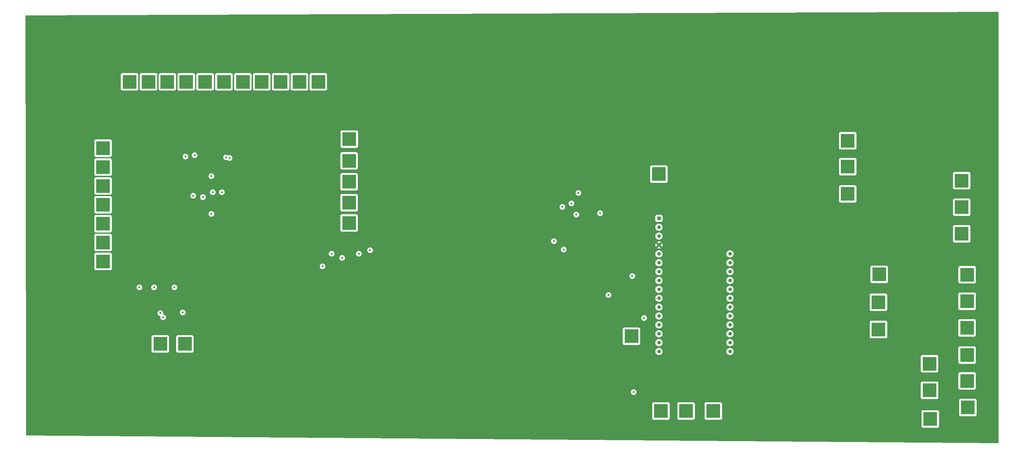
<source format=gbr>
%TF.GenerationSoftware,KiCad,Pcbnew,8.0.6*%
%TF.CreationDate,2025-04-07T11:26:50-07:00*%
%TF.ProjectId,csi_project,6373695f-7072-46f6-9a65-63742e6b6963,rev?*%
%TF.SameCoordinates,Original*%
%TF.FileFunction,Copper,L3,Inr*%
%TF.FilePolarity,Positive*%
%FSLAX46Y46*%
G04 Gerber Fmt 4.6, Leading zero omitted, Abs format (unit mm)*
G04 Created by KiCad (PCBNEW 8.0.6) date 2025-04-07 11:26:50*
%MOMM*%
%LPD*%
G01*
G04 APERTURE LIST*
%TA.AperFunction,ComponentPad*%
%ADD10R,4.000000X4.000000*%
%TD*%
%TA.AperFunction,ComponentPad*%
%ADD11R,1.041400X1.041400*%
%TD*%
%TA.AperFunction,ComponentPad*%
%ADD12C,1.041400*%
%TD*%
%TA.AperFunction,ViaPad*%
%ADD13C,0.600000*%
%TD*%
G04 APERTURE END LIST*
D10*
%TO.N,Net-(U16-EN)*%
%TO.C,TP68*%
X244640000Y-52680000D03*
%TD*%
%TO.N,Net-(U2-E6)*%
%TO.C,TP20*%
X71600000Y-28400000D03*
%TD*%
%TO.N,Net-(TP6-Pad1)*%
%TO.C,TP6*%
X102000000Y-57000000D03*
%TD*%
%TO.N,/Level Shifters: SN74LV1T34DBV/Y4*%
%TO.C,TP16*%
X182800000Y-101200000D03*
%TD*%
%TO.N,Net-(TP3-Pad1)*%
%TO.C,TP3*%
X31600000Y-79800000D03*
%TD*%
%TO.N,Net-(U16-A4{slash}IO14)*%
%TO.C,TP54*%
X278800000Y-114000000D03*
%TD*%
%TO.N,Net-(TP8-Pad1)*%
%TO.C,TP8*%
X87800000Y-28400000D03*
%TD*%
%TO.N,Net-(U16-VBAT)*%
%TO.C,TP67*%
X244640000Y-45280000D03*
%TD*%
%TO.N,Net-(C9-Pad2)*%
%TO.C,TP14*%
X102000000Y-51000000D03*
%TD*%
%TO.N,Net-(TP4-Pad1)*%
%TO.C,TP4*%
X102000000Y-68800000D03*
%TD*%
%TO.N,Net-(U2-E3)*%
%TO.C,TP23*%
X55400000Y-28400000D03*
%TD*%
%TO.N,Net-(U16-SCL{slash}IO4)*%
%TO.C,TP59*%
X268040000Y-116680000D03*
%TD*%
%TO.N,Net-(U2-AMUXP)*%
%TO.C,TP28*%
X31600000Y-58200000D03*
%TD*%
%TO.N,Net-(U2-AMUXM)*%
%TO.C,TP29*%
X31600000Y-52800000D03*
%TD*%
%TO.N,Net-(TP2-Pad1)*%
%TO.C,TP2*%
X31600000Y-74400000D03*
%TD*%
%TO.N,Net-(TP1-Pad1)*%
%TO.C,TP1*%
X31600000Y-47400000D03*
%TD*%
%TO.N,/Level Shifters: SN74LV1T34DBV/A1*%
%TO.C,TP75*%
X268040000Y-109080000D03*
%TD*%
%TO.N,/Level Shifters: SN74LV1T34DBV/A5*%
%TO.C,TP17*%
X55000000Y-103400000D03*
%TD*%
%TO.N,Net-(U16-A3{slash}IO15)*%
%TO.C,TP53*%
X278800000Y-106600000D03*
%TD*%
%TO.N,Net-(TP7-Pad1)*%
%TO.C,TP7*%
X93200000Y-28400000D03*
%TD*%
%TO.N,Net-(U16-D13{slash}IO13)*%
%TO.C,TP63*%
X277240000Y-56680000D03*
%TD*%
%TO.N,Net-(C8-Pad2)*%
%TO.C,TP13*%
X102050000Y-44800000D03*
%TD*%
%TO.N,Net-(U2-DMUX0)*%
%TO.C,TP26*%
X31600000Y-69000000D03*
%TD*%
%TO.N,Net-(U16-A2{slash}IO16)*%
%TO.C,TP52*%
X278800000Y-98800000D03*
%TD*%
%TO.N,Net-(U16-D12{slash}IO12)*%
%TO.C,TP62*%
X277240000Y-64280000D03*
%TD*%
%TO.N,Net-(U16-SDA{slash}IO3)*%
%TO.C,TP58*%
X268240000Y-124880000D03*
%TD*%
%TO.N,/Level Shifters: SN74LV1T34DBV/A2*%
%TO.C,TP74*%
X253440000Y-99280000D03*
%TD*%
%TO.N,Net-(U16-TX{slash}IO39)*%
%TO.C,TP57*%
X198400000Y-122600000D03*
%TD*%
%TO.N,Net-(TP5-Pad1)*%
%TO.C,TP5*%
X102000000Y-63000000D03*
%TD*%
%TO.N,Net-(U2-E1)*%
%TO.C,TP25*%
X44600000Y-28400000D03*
%TD*%
%TO.N,Net-(U16-TXD0)*%
%TO.C,TP66*%
X206200000Y-122600000D03*
%TD*%
%TO.N,Net-(U16-VBUS{slash}USB)*%
%TO.C,TP69*%
X244640000Y-60480000D03*
%TD*%
%TO.N,Net-(U16-A5{slash}IO8)*%
%TO.C,TP55*%
X279000000Y-121600000D03*
%TD*%
%TO.N,Net-(U16-A0{slash}IO18)*%
%TO.C,TP39*%
X278800000Y-83600000D03*
%TD*%
%TO.N,Net-(U16-RESET)*%
%TO.C,TP64*%
X190600000Y-54800000D03*
%TD*%
%TO.N,Net-(U16-D10{slash}IO10)*%
%TO.C,TP60*%
X253640000Y-83480000D03*
%TD*%
%TO.N,Net-(U2-E4)*%
%TO.C,TP22*%
X60800000Y-28400000D03*
%TD*%
%TO.N,/Level Shifters: SN74LV1T34DBV/A3*%
%TO.C,TP73*%
X253440000Y-91480000D03*
%TD*%
%TO.N,Net-(U2-E5)*%
%TO.C,TP21*%
X66200000Y-28400000D03*
%TD*%
%TO.N,Net-(U16-A1{slash}IO17)*%
%TO.C,TP40*%
X278800000Y-91200000D03*
%TD*%
%TO.N,Net-(U2-DMUX1)*%
%TO.C,TP27*%
X31600000Y-63600000D03*
%TD*%
%TO.N,Net-(U2-E8)*%
%TO.C,TP18*%
X82400000Y-28400000D03*
%TD*%
%TO.N,Net-(U2-E7)*%
%TO.C,TP19*%
X77000000Y-28400000D03*
%TD*%
%TO.N,Net-(U16-D11{slash}IO11)*%
%TO.C,TP61*%
X277240000Y-71880000D03*
%TD*%
D11*
%TO.N,Net-(U16-RESET)*%
%TO.C,U16*%
X190640000Y-67480000D03*
D12*
%TO.N,3.3V*%
X190640000Y-70020000D03*
X190640000Y-72560000D03*
%TO.N,GND*%
X190640000Y-75100000D03*
%TO.N,Net-(U16-A0{slash}IO18)*%
X190640000Y-77640000D03*
%TO.N,Net-(U16-A1{slash}IO17)*%
X190640000Y-80180000D03*
%TO.N,Net-(U16-A2{slash}IO16)*%
X190640000Y-82720000D03*
%TO.N,Net-(U16-A3{slash}IO15)*%
X190640000Y-85260000D03*
%TO.N,Net-(U16-A4{slash}IO14)*%
X190640000Y-87800000D03*
%TO.N,Net-(U16-A5{slash}IO8)*%
X190640000Y-90340000D03*
%TO.N,/Level Shifters: SN74LV1T34DBV/A6*%
X190640000Y-92880000D03*
%TO.N,/Level Shifters: SN74LV1T34DBV/A5*%
X190640000Y-95420000D03*
%TO.N,/Level Shifters: SN74LV1T34DBV/Y4*%
X190640000Y-97960000D03*
%TO.N,Net-(U16-RX{slash}IO38)*%
X190640000Y-100500000D03*
%TO.N,Net-(U16-TX{slash}IO39)*%
X190640000Y-103040000D03*
%TO.N,Net-(U16-TXD0)*%
X190640000Y-105580000D03*
%TO.N,Net-(U16-SDA{slash}IO3)*%
X210960000Y-105580000D03*
%TO.N,Net-(U16-SCL{slash}IO4)*%
X210960000Y-103040000D03*
%TO.N,/Level Shifters: SN74LV1T34DBV/A1*%
X210960000Y-100500000D03*
%TO.N,/Level Shifters: SN74LV1T34DBV/A2*%
X210960000Y-97960000D03*
%TO.N,/Level Shifters: SN74LV1T34DBV/A3*%
X210960000Y-95420000D03*
%TO.N,Net-(U16-D10{slash}IO10)*%
X210960000Y-92880000D03*
%TO.N,Net-(U16-D11{slash}IO11)*%
X210960000Y-90340000D03*
%TO.N,Net-(U16-D12{slash}IO12)*%
X210960000Y-87800000D03*
%TO.N,Net-(U16-D13{slash}IO13)*%
X210960000Y-85260000D03*
%TO.N,Net-(U16-VBUS{slash}USB)*%
X210960000Y-82720000D03*
%TO.N,Net-(U16-EN)*%
X210960000Y-80180000D03*
%TO.N,Net-(U16-VBAT)*%
X210960000Y-77640000D03*
%TD*%
D10*
%TO.N,Net-(U16-RX{slash}IO38)*%
%TO.C,TP56*%
X191200000Y-122600000D03*
%TD*%
%TO.N,/Level Shifters: SN74LV1T34DBV/A6*%
%TO.C,TP38*%
X48000000Y-103400000D03*
%TD*%
%TO.N,Net-(TP9-Pad1)*%
%TO.C,TP9*%
X39200000Y-28400000D03*
%TD*%
%TO.N,Net-(U2-E2)*%
%TO.C,TP24*%
X50000000Y-28400000D03*
%TD*%
D13*
%TO.N,1.8V*%
X62600000Y-55400000D03*
X55200000Y-49800000D03*
X163400000Y-76400000D03*
X57800000Y-49400000D03*
X57400000Y-61000000D03*
X160600000Y-74000000D03*
X60200000Y-61400000D03*
X65600000Y-60000000D03*
X66800000Y-50000000D03*
X67800000Y-50200000D03*
%TO.N,GND*%
X51000000Y-49800000D03*
X171400000Y-75600000D03*
X64200000Y-55200000D03*
X170000000Y-77400000D03*
X71200000Y-49000000D03*
X58600000Y-48800000D03*
X45000000Y-92200000D03*
X105600000Y-80200000D03*
X69800000Y-57800000D03*
X105400000Y-73400000D03*
X69800000Y-60000000D03*
X57400000Y-92200000D03*
X162200000Y-66600000D03*
X172600000Y-68400000D03*
X57400000Y-65200000D03*
X51000000Y-92200000D03*
X72200000Y-50400000D03*
X67800000Y-48200000D03*
X67000000Y-49200000D03*
X157400000Y-66600000D03*
X66000000Y-64400000D03*
%TO.N,Net-(U1-BIAS)*%
X165600000Y-63200000D03*
X167600000Y-60200000D03*
%TO.N,3.3V*%
X42000000Y-87200000D03*
X52000000Y-87200000D03*
X94400000Y-81200000D03*
X104800000Y-77600000D03*
X46200000Y-87200000D03*
X167000000Y-66400000D03*
X163000000Y-64200000D03*
X173800000Y-66000000D03*
%TO.N,/Level Shifters: SN74LV1T34DBV/A5*%
X54400000Y-94400000D03*
%TO.N,/Level Shifters: SN74LV1T34DBV/A6*%
X48800000Y-95800000D03*
X48000000Y-94600000D03*
%TO.N,/Level Shifters: SN74LV1T34DBV/A3*%
X176200000Y-89400000D03*
%TO.N,/Level Shifters: SN74LV1T34DBV/A2*%
X183400000Y-117200000D03*
%TO.N,/Level Shifters: SN74LV1T34DBV/A1*%
X108000000Y-76600000D03*
X186400000Y-96000000D03*
X183000000Y-84000000D03*
%TO.N,/Level Shifters: SN74LV1T34DBV/Y3*%
X97000000Y-77600000D03*
X100000000Y-78800000D03*
%TO.N,/Level Shifters: SN74LV1T34DBV/A4*%
X62600000Y-66200000D03*
X63000000Y-60000000D03*
%TD*%
%TA.AperFunction,Conductor*%
%TO.N,GND*%
G36*
X287742664Y-8419890D02*
G01*
X287788609Y-8472530D01*
X287800000Y-8524446D01*
X287800000Y-131675015D01*
X287780315Y-131742054D01*
X287727511Y-131787809D01*
X287675019Y-131799011D01*
X9722814Y-129600971D01*
X9655933Y-129580757D01*
X9610597Y-129527593D01*
X9599795Y-129477184D01*
X9584945Y-120552135D01*
X188699500Y-120552135D01*
X188699500Y-124647870D01*
X188699501Y-124647876D01*
X188705908Y-124707483D01*
X188756202Y-124842328D01*
X188756206Y-124842335D01*
X188842452Y-124957544D01*
X188842455Y-124957547D01*
X188957664Y-125043793D01*
X188957671Y-125043797D01*
X189092517Y-125094091D01*
X189092516Y-125094091D01*
X189099444Y-125094835D01*
X189152127Y-125100500D01*
X193247872Y-125100499D01*
X193307483Y-125094091D01*
X193442331Y-125043796D01*
X193557546Y-124957546D01*
X193643796Y-124842331D01*
X193694091Y-124707483D01*
X193700500Y-124647873D01*
X193700499Y-120552135D01*
X195899500Y-120552135D01*
X195899500Y-124647870D01*
X195899501Y-124647876D01*
X195905908Y-124707483D01*
X195956202Y-124842328D01*
X195956206Y-124842335D01*
X196042452Y-124957544D01*
X196042455Y-124957547D01*
X196157664Y-125043793D01*
X196157671Y-125043797D01*
X196292517Y-125094091D01*
X196292516Y-125094091D01*
X196299444Y-125094835D01*
X196352127Y-125100500D01*
X200447872Y-125100499D01*
X200507483Y-125094091D01*
X200642331Y-125043796D01*
X200757546Y-124957546D01*
X200843796Y-124842331D01*
X200894091Y-124707483D01*
X200900500Y-124647873D01*
X200900499Y-120552135D01*
X203699500Y-120552135D01*
X203699500Y-124647870D01*
X203699501Y-124647876D01*
X203705908Y-124707483D01*
X203756202Y-124842328D01*
X203756206Y-124842335D01*
X203842452Y-124957544D01*
X203842455Y-124957547D01*
X203957664Y-125043793D01*
X203957671Y-125043797D01*
X204092517Y-125094091D01*
X204092516Y-125094091D01*
X204099444Y-125094835D01*
X204152127Y-125100500D01*
X208247872Y-125100499D01*
X208307483Y-125094091D01*
X208442331Y-125043796D01*
X208557546Y-124957546D01*
X208643796Y-124842331D01*
X208694091Y-124707483D01*
X208700500Y-124647873D01*
X208700500Y-122832135D01*
X265739500Y-122832135D01*
X265739500Y-126927870D01*
X265739501Y-126927876D01*
X265745908Y-126987483D01*
X265796202Y-127122328D01*
X265796206Y-127122335D01*
X265882452Y-127237544D01*
X265882455Y-127237547D01*
X265997664Y-127323793D01*
X265997671Y-127323797D01*
X266132517Y-127374091D01*
X266132516Y-127374091D01*
X266139444Y-127374835D01*
X266192127Y-127380500D01*
X270287872Y-127380499D01*
X270347483Y-127374091D01*
X270482331Y-127323796D01*
X270597546Y-127237546D01*
X270683796Y-127122331D01*
X270734091Y-126987483D01*
X270740500Y-126927873D01*
X270740499Y-122832128D01*
X270734091Y-122772517D01*
X270683796Y-122637669D01*
X270683795Y-122637668D01*
X270683793Y-122637664D01*
X270597547Y-122522455D01*
X270597544Y-122522452D01*
X270482335Y-122436206D01*
X270482328Y-122436202D01*
X270347482Y-122385908D01*
X270347483Y-122385908D01*
X270287883Y-122379501D01*
X270287881Y-122379500D01*
X270287873Y-122379500D01*
X270287864Y-122379500D01*
X266192129Y-122379500D01*
X266192123Y-122379501D01*
X266132516Y-122385908D01*
X265997671Y-122436202D01*
X265997664Y-122436206D01*
X265882455Y-122522452D01*
X265882452Y-122522455D01*
X265796206Y-122637664D01*
X265796202Y-122637671D01*
X265745908Y-122772517D01*
X265739501Y-122832116D01*
X265739501Y-122832123D01*
X265739500Y-122832135D01*
X208700500Y-122832135D01*
X208700499Y-120552128D01*
X208694091Y-120492517D01*
X208643796Y-120357669D01*
X208643795Y-120357668D01*
X208643793Y-120357664D01*
X208557547Y-120242455D01*
X208557544Y-120242452D01*
X208442335Y-120156206D01*
X208442328Y-120156202D01*
X208307482Y-120105908D01*
X208307483Y-120105908D01*
X208247883Y-120099501D01*
X208247881Y-120099500D01*
X208247873Y-120099500D01*
X208247864Y-120099500D01*
X204152129Y-120099500D01*
X204152123Y-120099501D01*
X204092516Y-120105908D01*
X203957671Y-120156202D01*
X203957664Y-120156206D01*
X203842455Y-120242452D01*
X203842452Y-120242455D01*
X203756206Y-120357664D01*
X203756202Y-120357671D01*
X203705908Y-120492517D01*
X203699501Y-120552116D01*
X203699501Y-120552123D01*
X203699500Y-120552135D01*
X200900499Y-120552135D01*
X200900499Y-120552128D01*
X200894091Y-120492517D01*
X200843796Y-120357669D01*
X200843795Y-120357668D01*
X200843793Y-120357664D01*
X200757547Y-120242455D01*
X200757544Y-120242452D01*
X200642335Y-120156206D01*
X200642328Y-120156202D01*
X200507482Y-120105908D01*
X200507483Y-120105908D01*
X200447883Y-120099501D01*
X200447881Y-120099500D01*
X200447873Y-120099500D01*
X200447864Y-120099500D01*
X196352129Y-120099500D01*
X196352123Y-120099501D01*
X196292516Y-120105908D01*
X196157671Y-120156202D01*
X196157664Y-120156206D01*
X196042455Y-120242452D01*
X196042452Y-120242455D01*
X195956206Y-120357664D01*
X195956202Y-120357671D01*
X195905908Y-120492517D01*
X195899501Y-120552116D01*
X195899501Y-120552123D01*
X195899500Y-120552135D01*
X193700499Y-120552135D01*
X193700499Y-120552128D01*
X193694091Y-120492517D01*
X193643796Y-120357669D01*
X193643795Y-120357668D01*
X193643793Y-120357664D01*
X193557547Y-120242455D01*
X193557544Y-120242452D01*
X193442335Y-120156206D01*
X193442328Y-120156202D01*
X193307482Y-120105908D01*
X193307483Y-120105908D01*
X193247883Y-120099501D01*
X193247881Y-120099500D01*
X193247873Y-120099500D01*
X193247864Y-120099500D01*
X189152129Y-120099500D01*
X189152123Y-120099501D01*
X189092516Y-120105908D01*
X188957671Y-120156202D01*
X188957664Y-120156206D01*
X188842455Y-120242452D01*
X188842452Y-120242455D01*
X188756206Y-120357664D01*
X188756202Y-120357671D01*
X188705908Y-120492517D01*
X188699501Y-120552116D01*
X188699501Y-120552123D01*
X188699500Y-120552135D01*
X9584945Y-120552135D01*
X9583281Y-119552135D01*
X276499500Y-119552135D01*
X276499500Y-123647870D01*
X276499501Y-123647876D01*
X276505908Y-123707483D01*
X276556202Y-123842328D01*
X276556206Y-123842335D01*
X276642452Y-123957544D01*
X276642455Y-123957547D01*
X276757664Y-124043793D01*
X276757671Y-124043797D01*
X276892517Y-124094091D01*
X276892516Y-124094091D01*
X276899444Y-124094835D01*
X276952127Y-124100500D01*
X281047872Y-124100499D01*
X281107483Y-124094091D01*
X281242331Y-124043796D01*
X281357546Y-123957546D01*
X281443796Y-123842331D01*
X281494091Y-123707483D01*
X281500500Y-123647873D01*
X281500499Y-119552128D01*
X281494091Y-119492517D01*
X281443796Y-119357669D01*
X281443795Y-119357668D01*
X281443793Y-119357664D01*
X281357547Y-119242455D01*
X281357544Y-119242452D01*
X281242335Y-119156206D01*
X281242328Y-119156202D01*
X281107482Y-119105908D01*
X281107483Y-119105908D01*
X281047883Y-119099501D01*
X281047881Y-119099500D01*
X281047873Y-119099500D01*
X281047864Y-119099500D01*
X276952129Y-119099500D01*
X276952123Y-119099501D01*
X276892516Y-119105908D01*
X276757671Y-119156202D01*
X276757664Y-119156206D01*
X276642455Y-119242452D01*
X276642452Y-119242455D01*
X276556206Y-119357664D01*
X276556202Y-119357671D01*
X276505908Y-119492517D01*
X276499501Y-119552116D01*
X276499501Y-119552123D01*
X276499500Y-119552135D01*
X9583281Y-119552135D01*
X9579367Y-117199996D01*
X182594435Y-117199996D01*
X182594435Y-117200003D01*
X182614630Y-117379249D01*
X182614631Y-117379254D01*
X182674211Y-117549523D01*
X182770184Y-117702262D01*
X182897738Y-117829816D01*
X183050478Y-117925789D01*
X183220745Y-117985368D01*
X183220750Y-117985369D01*
X183399996Y-118005565D01*
X183400000Y-118005565D01*
X183400004Y-118005565D01*
X183579249Y-117985369D01*
X183579252Y-117985368D01*
X183579255Y-117985368D01*
X183749522Y-117925789D01*
X183902262Y-117829816D01*
X184029816Y-117702262D01*
X184125789Y-117549522D01*
X184185368Y-117379255D01*
X184205565Y-117200000D01*
X184185368Y-117020745D01*
X184125789Y-116850478D01*
X184029816Y-116697738D01*
X183902262Y-116570184D01*
X183791361Y-116500500D01*
X183749523Y-116474211D01*
X183579254Y-116414631D01*
X183579249Y-116414630D01*
X183400004Y-116394435D01*
X183399996Y-116394435D01*
X183220750Y-116414630D01*
X183220745Y-116414631D01*
X183050476Y-116474211D01*
X182897737Y-116570184D01*
X182770184Y-116697737D01*
X182674211Y-116850476D01*
X182614631Y-117020745D01*
X182614630Y-117020750D01*
X182594435Y-117199996D01*
X9579367Y-117199996D01*
X9575094Y-114632135D01*
X265539500Y-114632135D01*
X265539500Y-118727870D01*
X265539501Y-118727876D01*
X265545908Y-118787483D01*
X265596202Y-118922328D01*
X265596206Y-118922335D01*
X265682452Y-119037544D01*
X265682455Y-119037547D01*
X265797664Y-119123793D01*
X265797671Y-119123797D01*
X265932517Y-119174091D01*
X265932516Y-119174091D01*
X265939444Y-119174835D01*
X265992127Y-119180500D01*
X270087872Y-119180499D01*
X270147483Y-119174091D01*
X270282331Y-119123796D01*
X270397546Y-119037546D01*
X270483796Y-118922331D01*
X270534091Y-118787483D01*
X270540500Y-118727873D01*
X270540499Y-114632128D01*
X270534091Y-114572517D01*
X270483796Y-114437669D01*
X270483795Y-114437668D01*
X270483793Y-114437664D01*
X270397547Y-114322455D01*
X270397544Y-114322452D01*
X270282335Y-114236206D01*
X270282328Y-114236202D01*
X270147482Y-114185908D01*
X270147483Y-114185908D01*
X270087883Y-114179501D01*
X270087881Y-114179500D01*
X270087873Y-114179500D01*
X270087864Y-114179500D01*
X265992129Y-114179500D01*
X265992123Y-114179501D01*
X265932516Y-114185908D01*
X265797671Y-114236202D01*
X265797664Y-114236206D01*
X265682455Y-114322452D01*
X265682452Y-114322455D01*
X265596206Y-114437664D01*
X265596202Y-114437671D01*
X265545908Y-114572517D01*
X265539501Y-114632116D01*
X265539501Y-114632123D01*
X265539500Y-114632135D01*
X9575094Y-114632135D01*
X9570635Y-111952135D01*
X276299500Y-111952135D01*
X276299500Y-116047870D01*
X276299501Y-116047876D01*
X276305908Y-116107483D01*
X276356202Y-116242328D01*
X276356206Y-116242335D01*
X276442452Y-116357544D01*
X276442455Y-116357547D01*
X276557664Y-116443793D01*
X276557671Y-116443797D01*
X276692517Y-116494091D01*
X276692516Y-116494091D01*
X276699444Y-116494835D01*
X276752127Y-116500500D01*
X280847872Y-116500499D01*
X280907483Y-116494091D01*
X281042331Y-116443796D01*
X281157546Y-116357546D01*
X281243796Y-116242331D01*
X281294091Y-116107483D01*
X281300500Y-116047873D01*
X281300499Y-111952128D01*
X281294091Y-111892517D01*
X281243796Y-111757669D01*
X281243795Y-111757668D01*
X281243793Y-111757664D01*
X281157547Y-111642455D01*
X281157544Y-111642452D01*
X281042335Y-111556206D01*
X281042328Y-111556202D01*
X280907482Y-111505908D01*
X280907483Y-111505908D01*
X280847883Y-111499501D01*
X280847881Y-111499500D01*
X280847873Y-111499500D01*
X280847864Y-111499500D01*
X276752129Y-111499500D01*
X276752123Y-111499501D01*
X276692516Y-111505908D01*
X276557671Y-111556202D01*
X276557664Y-111556206D01*
X276442455Y-111642452D01*
X276442452Y-111642455D01*
X276356206Y-111757664D01*
X276356202Y-111757671D01*
X276305908Y-111892517D01*
X276299501Y-111952116D01*
X276299501Y-111952123D01*
X276299500Y-111952135D01*
X9570635Y-111952135D01*
X9562449Y-107032135D01*
X265539500Y-107032135D01*
X265539500Y-111127870D01*
X265539501Y-111127876D01*
X265545908Y-111187483D01*
X265596202Y-111322328D01*
X265596206Y-111322335D01*
X265682452Y-111437544D01*
X265682455Y-111437547D01*
X265797664Y-111523793D01*
X265797671Y-111523797D01*
X265932517Y-111574091D01*
X265932516Y-111574091D01*
X265939444Y-111574835D01*
X265992127Y-111580500D01*
X270087872Y-111580499D01*
X270147483Y-111574091D01*
X270282331Y-111523796D01*
X270397546Y-111437546D01*
X270483796Y-111322331D01*
X270534091Y-111187483D01*
X270540500Y-111127873D01*
X270540499Y-107032128D01*
X270534091Y-106972517D01*
X270483796Y-106837669D01*
X270483795Y-106837668D01*
X270483793Y-106837664D01*
X270397547Y-106722455D01*
X270397544Y-106722452D01*
X270282335Y-106636206D01*
X270282328Y-106636202D01*
X270147482Y-106585908D01*
X270147483Y-106585908D01*
X270087883Y-106579501D01*
X270087881Y-106579500D01*
X270087873Y-106579500D01*
X270087864Y-106579500D01*
X265992129Y-106579500D01*
X265992123Y-106579501D01*
X265932516Y-106585908D01*
X265797671Y-106636202D01*
X265797664Y-106636206D01*
X265682455Y-106722452D01*
X265682452Y-106722455D01*
X265596206Y-106837664D01*
X265596202Y-106837671D01*
X265545908Y-106972517D01*
X265539501Y-107032116D01*
X265539501Y-107032123D01*
X265539500Y-107032135D01*
X9562449Y-107032135D01*
X9552998Y-101352135D01*
X45499500Y-101352135D01*
X45499500Y-105447870D01*
X45499501Y-105447876D01*
X45505908Y-105507483D01*
X45556202Y-105642328D01*
X45556206Y-105642335D01*
X45642452Y-105757544D01*
X45642455Y-105757547D01*
X45757664Y-105843793D01*
X45757671Y-105843797D01*
X45892517Y-105894091D01*
X45892516Y-105894091D01*
X45899444Y-105894835D01*
X45952127Y-105900500D01*
X50047872Y-105900499D01*
X50107483Y-105894091D01*
X50242331Y-105843796D01*
X50357546Y-105757546D01*
X50443796Y-105642331D01*
X50494091Y-105507483D01*
X50500500Y-105447873D01*
X50500499Y-101352135D01*
X52499500Y-101352135D01*
X52499500Y-105447870D01*
X52499501Y-105447876D01*
X52505908Y-105507483D01*
X52556202Y-105642328D01*
X52556206Y-105642335D01*
X52642452Y-105757544D01*
X52642455Y-105757547D01*
X52757664Y-105843793D01*
X52757671Y-105843797D01*
X52892517Y-105894091D01*
X52892516Y-105894091D01*
X52899444Y-105894835D01*
X52952127Y-105900500D01*
X57047872Y-105900499D01*
X57107483Y-105894091D01*
X57242331Y-105843796D01*
X57357546Y-105757546D01*
X57443796Y-105642331D01*
X57467044Y-105580000D01*
X189613859Y-105580000D01*
X189633575Y-105780188D01*
X189652871Y-105843797D01*
X189670071Y-105900500D01*
X189691970Y-105972689D01*
X189786797Y-106150096D01*
X189914408Y-106305591D01*
X190069903Y-106433202D01*
X190069907Y-106433205D01*
X190247313Y-106528031D01*
X190439810Y-106586424D01*
X190640000Y-106606141D01*
X190840190Y-106586424D01*
X191032687Y-106528031D01*
X191210093Y-106433205D01*
X191365591Y-106305591D01*
X191493205Y-106150093D01*
X191588031Y-105972687D01*
X191646424Y-105780190D01*
X191666141Y-105580000D01*
X209933859Y-105580000D01*
X209953575Y-105780188D01*
X209972871Y-105843797D01*
X209990071Y-105900500D01*
X210011970Y-105972689D01*
X210106797Y-106150096D01*
X210234408Y-106305591D01*
X210389903Y-106433202D01*
X210389907Y-106433205D01*
X210567313Y-106528031D01*
X210759810Y-106586424D01*
X210960000Y-106606141D01*
X211160190Y-106586424D01*
X211352687Y-106528031D01*
X211530093Y-106433205D01*
X211685591Y-106305591D01*
X211813205Y-106150093D01*
X211908031Y-105972687D01*
X211966424Y-105780190D01*
X211986141Y-105580000D01*
X211966424Y-105379810D01*
X211908031Y-105187313D01*
X211813205Y-105009907D01*
X211813202Y-105009903D01*
X211685591Y-104854408D01*
X211530096Y-104726797D01*
X211530094Y-104726796D01*
X211530093Y-104726795D01*
X211352687Y-104631969D01*
X211256438Y-104602772D01*
X211160188Y-104573575D01*
X210960000Y-104553859D01*
X210759811Y-104573575D01*
X210567310Y-104631970D01*
X210389903Y-104726797D01*
X210234408Y-104854408D01*
X210106797Y-105009903D01*
X210011970Y-105187310D01*
X209953575Y-105379811D01*
X209933859Y-105580000D01*
X191666141Y-105580000D01*
X191646424Y-105379810D01*
X191588031Y-105187313D01*
X191493205Y-105009907D01*
X191493202Y-105009903D01*
X191365591Y-104854408D01*
X191210096Y-104726797D01*
X191210094Y-104726796D01*
X191210093Y-104726795D01*
X191032687Y-104631969D01*
X190936438Y-104602772D01*
X190840188Y-104573575D01*
X190640000Y-104553859D01*
X190439811Y-104573575D01*
X190247310Y-104631970D01*
X190069903Y-104726797D01*
X189914408Y-104854408D01*
X189786797Y-105009903D01*
X189691970Y-105187310D01*
X189633575Y-105379811D01*
X189613859Y-105580000D01*
X57467044Y-105580000D01*
X57494091Y-105507483D01*
X57500500Y-105447873D01*
X57500500Y-104552135D01*
X276299500Y-104552135D01*
X276299500Y-108647870D01*
X276299501Y-108647876D01*
X276305908Y-108707483D01*
X276356202Y-108842328D01*
X276356206Y-108842335D01*
X276442452Y-108957544D01*
X276442455Y-108957547D01*
X276557664Y-109043793D01*
X276557671Y-109043797D01*
X276692517Y-109094091D01*
X276692516Y-109094091D01*
X276699444Y-109094835D01*
X276752127Y-109100500D01*
X280847872Y-109100499D01*
X280907483Y-109094091D01*
X281042331Y-109043796D01*
X281157546Y-108957546D01*
X281243796Y-108842331D01*
X281294091Y-108707483D01*
X281300500Y-108647873D01*
X281300499Y-104552128D01*
X281294091Y-104492517D01*
X281243796Y-104357669D01*
X281243795Y-104357668D01*
X281243793Y-104357664D01*
X281157547Y-104242455D01*
X281157544Y-104242452D01*
X281042335Y-104156206D01*
X281042328Y-104156202D01*
X280907482Y-104105908D01*
X280907483Y-104105908D01*
X280847883Y-104099501D01*
X280847881Y-104099500D01*
X280847873Y-104099500D01*
X280847864Y-104099500D01*
X276752129Y-104099500D01*
X276752123Y-104099501D01*
X276692516Y-104105908D01*
X276557671Y-104156202D01*
X276557664Y-104156206D01*
X276442455Y-104242452D01*
X276442452Y-104242455D01*
X276356206Y-104357664D01*
X276356202Y-104357671D01*
X276305908Y-104492517D01*
X276299501Y-104552116D01*
X276299501Y-104552123D01*
X276299500Y-104552135D01*
X57500500Y-104552135D01*
X57500499Y-101352128D01*
X57494091Y-101292517D01*
X57475919Y-101243796D01*
X57443797Y-101157671D01*
X57443793Y-101157664D01*
X57357547Y-101042455D01*
X57357544Y-101042452D01*
X57242335Y-100956206D01*
X57242328Y-100956202D01*
X57107482Y-100905908D01*
X57107483Y-100905908D01*
X57047883Y-100899501D01*
X57047881Y-100899500D01*
X57047873Y-100899500D01*
X57047864Y-100899500D01*
X52952129Y-100899500D01*
X52952123Y-100899501D01*
X52892516Y-100905908D01*
X52757671Y-100956202D01*
X52757664Y-100956206D01*
X52642455Y-101042452D01*
X52642452Y-101042455D01*
X52556206Y-101157664D01*
X52556202Y-101157671D01*
X52505908Y-101292517D01*
X52499501Y-101352116D01*
X52499501Y-101352123D01*
X52499500Y-101352135D01*
X50500499Y-101352135D01*
X50500499Y-101352128D01*
X50494091Y-101292517D01*
X50475919Y-101243796D01*
X50443797Y-101157671D01*
X50443793Y-101157664D01*
X50357547Y-101042455D01*
X50357544Y-101042452D01*
X50242335Y-100956206D01*
X50242328Y-100956202D01*
X50107482Y-100905908D01*
X50107483Y-100905908D01*
X50047883Y-100899501D01*
X50047881Y-100899500D01*
X50047873Y-100899500D01*
X50047864Y-100899500D01*
X45952129Y-100899500D01*
X45952123Y-100899501D01*
X45892516Y-100905908D01*
X45757671Y-100956202D01*
X45757664Y-100956206D01*
X45642455Y-101042452D01*
X45642452Y-101042455D01*
X45556206Y-101157664D01*
X45556202Y-101157671D01*
X45505908Y-101292517D01*
X45499501Y-101352116D01*
X45499501Y-101352123D01*
X45499500Y-101352135D01*
X9552998Y-101352135D01*
X9549337Y-99152135D01*
X180299500Y-99152135D01*
X180299500Y-103247870D01*
X180299501Y-103247876D01*
X180305908Y-103307483D01*
X180356202Y-103442328D01*
X180356206Y-103442335D01*
X180442452Y-103557544D01*
X180442455Y-103557547D01*
X180557664Y-103643793D01*
X180557671Y-103643797D01*
X180692517Y-103694091D01*
X180692516Y-103694091D01*
X180699444Y-103694835D01*
X180752127Y-103700500D01*
X184847872Y-103700499D01*
X184907483Y-103694091D01*
X185042331Y-103643796D01*
X185157546Y-103557546D01*
X185243796Y-103442331D01*
X185294091Y-103307483D01*
X185300500Y-103247873D01*
X185300500Y-103040000D01*
X189613859Y-103040000D01*
X189633575Y-103240188D01*
X189653989Y-103307482D01*
X189691969Y-103432687D01*
X189758708Y-103557547D01*
X189786797Y-103610096D01*
X189914408Y-103765591D01*
X190069903Y-103893202D01*
X190069907Y-103893205D01*
X190247313Y-103988031D01*
X190439810Y-104046424D01*
X190640000Y-104066141D01*
X190840190Y-104046424D01*
X191032687Y-103988031D01*
X191210093Y-103893205D01*
X191365591Y-103765591D01*
X191493205Y-103610093D01*
X191588031Y-103432687D01*
X191646424Y-103240190D01*
X191666141Y-103040000D01*
X209933859Y-103040000D01*
X209953575Y-103240188D01*
X209973989Y-103307482D01*
X210011969Y-103432687D01*
X210078708Y-103557547D01*
X210106797Y-103610096D01*
X210234408Y-103765591D01*
X210389903Y-103893202D01*
X210389907Y-103893205D01*
X210567313Y-103988031D01*
X210759810Y-104046424D01*
X210960000Y-104066141D01*
X211160190Y-104046424D01*
X211352687Y-103988031D01*
X211530093Y-103893205D01*
X211685591Y-103765591D01*
X211813205Y-103610093D01*
X211908031Y-103432687D01*
X211966424Y-103240190D01*
X211986141Y-103040000D01*
X211966424Y-102839810D01*
X211908031Y-102647313D01*
X211813205Y-102469907D01*
X211813202Y-102469903D01*
X211685591Y-102314408D01*
X211530096Y-102186797D01*
X211530094Y-102186796D01*
X211530093Y-102186795D01*
X211352687Y-102091969D01*
X211256438Y-102062772D01*
X211160188Y-102033575D01*
X210960000Y-102013859D01*
X210759811Y-102033575D01*
X210567310Y-102091970D01*
X210389903Y-102186797D01*
X210234408Y-102314408D01*
X210106797Y-102469903D01*
X210011970Y-102647310D01*
X209953575Y-102839811D01*
X209933859Y-103040000D01*
X191666141Y-103040000D01*
X191646424Y-102839810D01*
X191588031Y-102647313D01*
X191493205Y-102469907D01*
X191493202Y-102469903D01*
X191365591Y-102314408D01*
X191210096Y-102186797D01*
X191210094Y-102186796D01*
X191210093Y-102186795D01*
X191032687Y-102091969D01*
X190936438Y-102062772D01*
X190840188Y-102033575D01*
X190640000Y-102013859D01*
X190439811Y-102033575D01*
X190247310Y-102091970D01*
X190069903Y-102186797D01*
X189914408Y-102314408D01*
X189786797Y-102469903D01*
X189691970Y-102647310D01*
X189633575Y-102839811D01*
X189613859Y-103040000D01*
X185300500Y-103040000D01*
X185300499Y-100500000D01*
X189613859Y-100500000D01*
X189633575Y-100700188D01*
X189633576Y-100700190D01*
X189691969Y-100892687D01*
X189772020Y-101042452D01*
X189786797Y-101070096D01*
X189914408Y-101225591D01*
X190068596Y-101352129D01*
X190069907Y-101353205D01*
X190247313Y-101448031D01*
X190439810Y-101506424D01*
X190640000Y-101526141D01*
X190840190Y-101506424D01*
X191032687Y-101448031D01*
X191210093Y-101353205D01*
X191365591Y-101225591D01*
X191493205Y-101070093D01*
X191588031Y-100892687D01*
X191646424Y-100700190D01*
X191666141Y-100500000D01*
X209933859Y-100500000D01*
X209953575Y-100700188D01*
X209953576Y-100700190D01*
X210011969Y-100892687D01*
X210092020Y-101042452D01*
X210106797Y-101070096D01*
X210234408Y-101225591D01*
X210388596Y-101352129D01*
X210389907Y-101353205D01*
X210567313Y-101448031D01*
X210759810Y-101506424D01*
X210960000Y-101526141D01*
X211160190Y-101506424D01*
X211352687Y-101448031D01*
X211530093Y-101353205D01*
X211685591Y-101225591D01*
X211813205Y-101070093D01*
X211908031Y-100892687D01*
X211966424Y-100700190D01*
X211986141Y-100500000D01*
X211966424Y-100299810D01*
X211908031Y-100107313D01*
X211813205Y-99929907D01*
X211813202Y-99929903D01*
X211685591Y-99774408D01*
X211530096Y-99646797D01*
X211530094Y-99646796D01*
X211530093Y-99646795D01*
X211352687Y-99551969D01*
X211256438Y-99522772D01*
X211160188Y-99493575D01*
X210960000Y-99473859D01*
X210759811Y-99493575D01*
X210567310Y-99551970D01*
X210389903Y-99646797D01*
X210234408Y-99774408D01*
X210106797Y-99929903D01*
X210011970Y-100107310D01*
X209953575Y-100299811D01*
X209933859Y-100500000D01*
X191666141Y-100500000D01*
X191646424Y-100299810D01*
X191588031Y-100107313D01*
X191493205Y-99929907D01*
X191493202Y-99929903D01*
X191365591Y-99774408D01*
X191210096Y-99646797D01*
X191210094Y-99646796D01*
X191210093Y-99646795D01*
X191032687Y-99551969D01*
X190936438Y-99522772D01*
X190840188Y-99493575D01*
X190640000Y-99473859D01*
X190439811Y-99493575D01*
X190247310Y-99551970D01*
X190069903Y-99646797D01*
X189914408Y-99774408D01*
X189786797Y-99929903D01*
X189691970Y-100107310D01*
X189633575Y-100299811D01*
X189613859Y-100500000D01*
X185300499Y-100500000D01*
X185300499Y-99152128D01*
X185294091Y-99092517D01*
X185254415Y-98986141D01*
X185243797Y-98957671D01*
X185243793Y-98957664D01*
X185157547Y-98842455D01*
X185157544Y-98842452D01*
X185042335Y-98756206D01*
X185042328Y-98756202D01*
X184907482Y-98705908D01*
X184907483Y-98705908D01*
X184847883Y-98699501D01*
X184847881Y-98699500D01*
X184847873Y-98699500D01*
X184847864Y-98699500D01*
X180752129Y-98699500D01*
X180752123Y-98699501D01*
X180692516Y-98705908D01*
X180557671Y-98756202D01*
X180557664Y-98756206D01*
X180442455Y-98842452D01*
X180442452Y-98842455D01*
X180356206Y-98957664D01*
X180356202Y-98957671D01*
X180305908Y-99092517D01*
X180299501Y-99152116D01*
X180299501Y-99152123D01*
X180299500Y-99152135D01*
X9549337Y-99152135D01*
X9547353Y-97960000D01*
X189613859Y-97960000D01*
X189633575Y-98160188D01*
X189691970Y-98352689D01*
X189786797Y-98530096D01*
X189914408Y-98685591D01*
X190069903Y-98813202D01*
X190069907Y-98813205D01*
X190247313Y-98908031D01*
X190439810Y-98966424D01*
X190640000Y-98986141D01*
X190840190Y-98966424D01*
X191032687Y-98908031D01*
X191210093Y-98813205D01*
X191365591Y-98685591D01*
X191493205Y-98530093D01*
X191588031Y-98352687D01*
X191646424Y-98160190D01*
X191666141Y-97960000D01*
X209933859Y-97960000D01*
X209953575Y-98160188D01*
X210011970Y-98352689D01*
X210106797Y-98530096D01*
X210234408Y-98685591D01*
X210389903Y-98813202D01*
X210389907Y-98813205D01*
X210567313Y-98908031D01*
X210759810Y-98966424D01*
X210960000Y-98986141D01*
X211160190Y-98966424D01*
X211352687Y-98908031D01*
X211530093Y-98813205D01*
X211685591Y-98685591D01*
X211813205Y-98530093D01*
X211908031Y-98352687D01*
X211966424Y-98160190D01*
X211986141Y-97960000D01*
X211966424Y-97759810D01*
X211908031Y-97567313D01*
X211813205Y-97389907D01*
X211813202Y-97389903D01*
X211685591Y-97234408D01*
X211682821Y-97232135D01*
X250939500Y-97232135D01*
X250939500Y-101327870D01*
X250939501Y-101327876D01*
X250945908Y-101387483D01*
X250996202Y-101522328D01*
X250996206Y-101522335D01*
X251082452Y-101637544D01*
X251082455Y-101637547D01*
X251197664Y-101723793D01*
X251197671Y-101723797D01*
X251332517Y-101774091D01*
X251332516Y-101774091D01*
X251339444Y-101774835D01*
X251392127Y-101780500D01*
X255487872Y-101780499D01*
X255547483Y-101774091D01*
X255682331Y-101723796D01*
X255797546Y-101637546D01*
X255883796Y-101522331D01*
X255934091Y-101387483D01*
X255940500Y-101327873D01*
X255940499Y-97232128D01*
X255934091Y-97172517D01*
X255909578Y-97106795D01*
X255883797Y-97037671D01*
X255883793Y-97037664D01*
X255797547Y-96922455D01*
X255797544Y-96922452D01*
X255682335Y-96836206D01*
X255682328Y-96836202D01*
X255547482Y-96785908D01*
X255547483Y-96785908D01*
X255487883Y-96779501D01*
X255487881Y-96779500D01*
X255487873Y-96779500D01*
X255487864Y-96779500D01*
X251392129Y-96779500D01*
X251392123Y-96779501D01*
X251332516Y-96785908D01*
X251197671Y-96836202D01*
X251197664Y-96836206D01*
X251082455Y-96922452D01*
X251082452Y-96922455D01*
X250996206Y-97037664D01*
X250996202Y-97037671D01*
X250945908Y-97172517D01*
X250939501Y-97232116D01*
X250939501Y-97232123D01*
X250939500Y-97232135D01*
X211682821Y-97232135D01*
X211530096Y-97106797D01*
X211530094Y-97106796D01*
X211530093Y-97106795D01*
X211352687Y-97011969D01*
X211256438Y-96982772D01*
X211160188Y-96953575D01*
X210960000Y-96933859D01*
X210759811Y-96953575D01*
X210567310Y-97011970D01*
X210389903Y-97106797D01*
X210234408Y-97234408D01*
X210106797Y-97389903D01*
X210011970Y-97567310D01*
X209953575Y-97759811D01*
X209933859Y-97960000D01*
X191666141Y-97960000D01*
X191646424Y-97759810D01*
X191588031Y-97567313D01*
X191493205Y-97389907D01*
X191493202Y-97389903D01*
X191365591Y-97234408D01*
X191210096Y-97106797D01*
X191210094Y-97106796D01*
X191210093Y-97106795D01*
X191032687Y-97011969D01*
X190936438Y-96982772D01*
X190840188Y-96953575D01*
X190640000Y-96933859D01*
X190439811Y-96953575D01*
X190247310Y-97011970D01*
X190069903Y-97106797D01*
X189914408Y-97234408D01*
X189786797Y-97389903D01*
X189691970Y-97567310D01*
X189633575Y-97759811D01*
X189613859Y-97960000D01*
X9547353Y-97960000D01*
X9541763Y-94599996D01*
X47194435Y-94599996D01*
X47194435Y-94600003D01*
X47214630Y-94779249D01*
X47214631Y-94779254D01*
X47274211Y-94949523D01*
X47315122Y-95014632D01*
X47370184Y-95102262D01*
X47497738Y-95229816D01*
X47568392Y-95274211D01*
X47605833Y-95297737D01*
X47650478Y-95325789D01*
X47777352Y-95370184D01*
X47820745Y-95385368D01*
X47820750Y-95385369D01*
X47885692Y-95392685D01*
X47932001Y-95397903D01*
X47996415Y-95424969D01*
X48035970Y-95482563D01*
X48038109Y-95552400D01*
X48035160Y-95562077D01*
X48014632Y-95620742D01*
X48014630Y-95620750D01*
X47994435Y-95799996D01*
X47994435Y-95800003D01*
X48014630Y-95979249D01*
X48014631Y-95979254D01*
X48074211Y-96149523D01*
X48151924Y-96273202D01*
X48170184Y-96302262D01*
X48297738Y-96429816D01*
X48450478Y-96525789D01*
X48541572Y-96557664D01*
X48620745Y-96585368D01*
X48620750Y-96585369D01*
X48799996Y-96605565D01*
X48800000Y-96605565D01*
X48800004Y-96605565D01*
X48979249Y-96585369D01*
X48979252Y-96585368D01*
X48979255Y-96585368D01*
X49149522Y-96525789D01*
X49302262Y-96429816D01*
X49429816Y-96302262D01*
X49525789Y-96149522D01*
X49578110Y-95999996D01*
X185594435Y-95999996D01*
X185594435Y-96000003D01*
X185614630Y-96179249D01*
X185614631Y-96179254D01*
X185674211Y-96349523D01*
X185734920Y-96446140D01*
X185770184Y-96502262D01*
X185897738Y-96629816D01*
X186050478Y-96725789D01*
X186125771Y-96752135D01*
X186220745Y-96785368D01*
X186220750Y-96785369D01*
X186399996Y-96805565D01*
X186400000Y-96805565D01*
X186400004Y-96805565D01*
X186579249Y-96785369D01*
X186579252Y-96785368D01*
X186579255Y-96785368D01*
X186674229Y-96752135D01*
X276299500Y-96752135D01*
X276299500Y-100847870D01*
X276299501Y-100847876D01*
X276305908Y-100907483D01*
X276356202Y-101042328D01*
X276356206Y-101042335D01*
X276442452Y-101157544D01*
X276442455Y-101157547D01*
X276557664Y-101243793D01*
X276557671Y-101243797D01*
X276692517Y-101294091D01*
X276692516Y-101294091D01*
X276699444Y-101294835D01*
X276752127Y-101300500D01*
X280847872Y-101300499D01*
X280907483Y-101294091D01*
X281042331Y-101243796D01*
X281157546Y-101157546D01*
X281243796Y-101042331D01*
X281294091Y-100907483D01*
X281300500Y-100847873D01*
X281300499Y-96752128D01*
X281294091Y-96692517D01*
X281254127Y-96585369D01*
X281243797Y-96557671D01*
X281243793Y-96557664D01*
X281157547Y-96442455D01*
X281157544Y-96442452D01*
X281042335Y-96356206D01*
X281042328Y-96356202D01*
X280907482Y-96305908D01*
X280907483Y-96305908D01*
X280847883Y-96299501D01*
X280847881Y-96299500D01*
X280847873Y-96299500D01*
X280847864Y-96299500D01*
X276752129Y-96299500D01*
X276752123Y-96299501D01*
X276692516Y-96305908D01*
X276557671Y-96356202D01*
X276557664Y-96356206D01*
X276442455Y-96442452D01*
X276442452Y-96442455D01*
X276356206Y-96557664D01*
X276356202Y-96557671D01*
X276305908Y-96692517D01*
X276299501Y-96752116D01*
X276299501Y-96752123D01*
X276299500Y-96752135D01*
X186674229Y-96752135D01*
X186749522Y-96725789D01*
X186902262Y-96629816D01*
X187029816Y-96502262D01*
X187125789Y-96349522D01*
X187185368Y-96179255D01*
X187205565Y-96000000D01*
X187204449Y-95990096D01*
X187185369Y-95820750D01*
X187185368Y-95820745D01*
X187125788Y-95650476D01*
X187029815Y-95497737D01*
X186952078Y-95420000D01*
X189613859Y-95420000D01*
X189633575Y-95620188D01*
X189662772Y-95716438D01*
X189691969Y-95812687D01*
X189781001Y-95979254D01*
X189786797Y-95990096D01*
X189914408Y-96145591D01*
X190069903Y-96273202D01*
X190069907Y-96273205D01*
X190247313Y-96368031D01*
X190439810Y-96426424D01*
X190640000Y-96446141D01*
X190840190Y-96426424D01*
X191032687Y-96368031D01*
X191210093Y-96273205D01*
X191365591Y-96145591D01*
X191493205Y-95990093D01*
X191588031Y-95812687D01*
X191646424Y-95620190D01*
X191666141Y-95420000D01*
X209933859Y-95420000D01*
X209953575Y-95620188D01*
X209982772Y-95716438D01*
X210011969Y-95812687D01*
X210101001Y-95979254D01*
X210106797Y-95990096D01*
X210234408Y-96145591D01*
X210389903Y-96273202D01*
X210389907Y-96273205D01*
X210567313Y-96368031D01*
X210759810Y-96426424D01*
X210960000Y-96446141D01*
X211160190Y-96426424D01*
X211352687Y-96368031D01*
X211530093Y-96273205D01*
X211685591Y-96145591D01*
X211813205Y-95990093D01*
X211908031Y-95812687D01*
X211966424Y-95620190D01*
X211986141Y-95420000D01*
X211966424Y-95219810D01*
X211908031Y-95027313D01*
X211813205Y-94849907D01*
X211813202Y-94849903D01*
X211685591Y-94694408D01*
X211530096Y-94566797D01*
X211530094Y-94566796D01*
X211530093Y-94566795D01*
X211352687Y-94471969D01*
X211256438Y-94442772D01*
X211160188Y-94413575D01*
X210960000Y-94393859D01*
X210759811Y-94413575D01*
X210567310Y-94471970D01*
X210389903Y-94566797D01*
X210234408Y-94694408D01*
X210106797Y-94849903D01*
X210011970Y-95027310D01*
X209953575Y-95219811D01*
X209933859Y-95420000D01*
X191666141Y-95420000D01*
X191646424Y-95219810D01*
X191588031Y-95027313D01*
X191493205Y-94849907D01*
X191493202Y-94849903D01*
X191365591Y-94694408D01*
X191210096Y-94566797D01*
X191210094Y-94566796D01*
X191210093Y-94566795D01*
X191032687Y-94471969D01*
X190936438Y-94442772D01*
X190840188Y-94413575D01*
X190640000Y-94393859D01*
X190439811Y-94413575D01*
X190247310Y-94471970D01*
X190069903Y-94566797D01*
X189914408Y-94694408D01*
X189786797Y-94849903D01*
X189691970Y-95027310D01*
X189633575Y-95219811D01*
X189613859Y-95420000D01*
X186952078Y-95420000D01*
X186902262Y-95370184D01*
X186749523Y-95274211D01*
X186579254Y-95214631D01*
X186579249Y-95214630D01*
X186400004Y-95194435D01*
X186399996Y-95194435D01*
X186220750Y-95214630D01*
X186220745Y-95214631D01*
X186050476Y-95274211D01*
X185897737Y-95370184D01*
X185770184Y-95497737D01*
X185674211Y-95650476D01*
X185614631Y-95820745D01*
X185614630Y-95820750D01*
X185594435Y-95999996D01*
X49578110Y-95999996D01*
X49585368Y-95979255D01*
X49603228Y-95820745D01*
X49605565Y-95800003D01*
X49605565Y-95799996D01*
X49585369Y-95620750D01*
X49585368Y-95620745D01*
X49542326Y-95497738D01*
X49525789Y-95450478D01*
X49506638Y-95420000D01*
X49475337Y-95370184D01*
X49429816Y-95297738D01*
X49302262Y-95170184D01*
X49231608Y-95125789D01*
X49149523Y-95074211D01*
X48979254Y-95014631D01*
X48979250Y-95014630D01*
X48867997Y-95002095D01*
X48803583Y-94975028D01*
X48764028Y-94917433D01*
X48761891Y-94847596D01*
X48764833Y-94837938D01*
X48785368Y-94779255D01*
X48805565Y-94600000D01*
X48785368Y-94420745D01*
X48778108Y-94399996D01*
X53594435Y-94399996D01*
X53594435Y-94400003D01*
X53614630Y-94579249D01*
X53614631Y-94579254D01*
X53674211Y-94749523D01*
X53737287Y-94849907D01*
X53770184Y-94902262D01*
X53897738Y-95029816D01*
X54050478Y-95125789D01*
X54177352Y-95170184D01*
X54220745Y-95185368D01*
X54220750Y-95185369D01*
X54399996Y-95205565D01*
X54400000Y-95205565D01*
X54400004Y-95205565D01*
X54579249Y-95185369D01*
X54579252Y-95185368D01*
X54579255Y-95185368D01*
X54749522Y-95125789D01*
X54902262Y-95029816D01*
X55029816Y-94902262D01*
X55125789Y-94749522D01*
X55185368Y-94579255D01*
X55203228Y-94420745D01*
X55205565Y-94400003D01*
X55205565Y-94399996D01*
X55185369Y-94220750D01*
X55185368Y-94220745D01*
X55142326Y-94097738D01*
X55125789Y-94050478D01*
X55029816Y-93897738D01*
X54902262Y-93770184D01*
X54749523Y-93674211D01*
X54579254Y-93614631D01*
X54579249Y-93614630D01*
X54400004Y-93594435D01*
X54399996Y-93594435D01*
X54220750Y-93614630D01*
X54220745Y-93614631D01*
X54050476Y-93674211D01*
X53897737Y-93770184D01*
X53770184Y-93897737D01*
X53674211Y-94050476D01*
X53614631Y-94220745D01*
X53614630Y-94220750D01*
X53594435Y-94399996D01*
X48778108Y-94399996D01*
X48725789Y-94250478D01*
X48707106Y-94220745D01*
X48629815Y-94097737D01*
X48502262Y-93970184D01*
X48349523Y-93874211D01*
X48179254Y-93814631D01*
X48179249Y-93814630D01*
X48000004Y-93794435D01*
X47999996Y-93794435D01*
X47820750Y-93814630D01*
X47820745Y-93814631D01*
X47650476Y-93874211D01*
X47497737Y-93970184D01*
X47370184Y-94097737D01*
X47274211Y-94250476D01*
X47214631Y-94420745D01*
X47214630Y-94420750D01*
X47194435Y-94599996D01*
X9541763Y-94599996D01*
X9538901Y-92880000D01*
X189613859Y-92880000D01*
X189633575Y-93080188D01*
X189633576Y-93080190D01*
X189691969Y-93272687D01*
X189782648Y-93442335D01*
X189786797Y-93450096D01*
X189914408Y-93605591D01*
X190069903Y-93733202D01*
X190069907Y-93733205D01*
X190247313Y-93828031D01*
X190439810Y-93886424D01*
X190640000Y-93906141D01*
X190840190Y-93886424D01*
X191032687Y-93828031D01*
X191210093Y-93733205D01*
X191365591Y-93605591D01*
X191493205Y-93450093D01*
X191588031Y-93272687D01*
X191646424Y-93080190D01*
X191666141Y-92880000D01*
X209933859Y-92880000D01*
X209953575Y-93080188D01*
X209953576Y-93080190D01*
X210011969Y-93272687D01*
X210102648Y-93442335D01*
X210106797Y-93450096D01*
X210234408Y-93605591D01*
X210389903Y-93733202D01*
X210389907Y-93733205D01*
X210567313Y-93828031D01*
X210759810Y-93886424D01*
X210960000Y-93906141D01*
X211160190Y-93886424D01*
X211352687Y-93828031D01*
X211530093Y-93733205D01*
X211685591Y-93605591D01*
X211813205Y-93450093D01*
X211908031Y-93272687D01*
X211966424Y-93080190D01*
X211986141Y-92880000D01*
X211966424Y-92679810D01*
X211908031Y-92487313D01*
X211813205Y-92309907D01*
X211813202Y-92309903D01*
X211685591Y-92154408D01*
X211530096Y-92026797D01*
X211530094Y-92026796D01*
X211530093Y-92026795D01*
X211352687Y-91931969D01*
X211256438Y-91902772D01*
X211160188Y-91873575D01*
X210960000Y-91853859D01*
X210759811Y-91873575D01*
X210567310Y-91931970D01*
X210389903Y-92026797D01*
X210234408Y-92154408D01*
X210106797Y-92309903D01*
X210011970Y-92487310D01*
X209953575Y-92679811D01*
X209933859Y-92880000D01*
X191666141Y-92880000D01*
X191646424Y-92679810D01*
X191588031Y-92487313D01*
X191493205Y-92309907D01*
X191493202Y-92309903D01*
X191365591Y-92154408D01*
X191210096Y-92026797D01*
X191210094Y-92026796D01*
X191210093Y-92026795D01*
X191032687Y-91931969D01*
X190936438Y-91902772D01*
X190840188Y-91873575D01*
X190640000Y-91853859D01*
X190439811Y-91873575D01*
X190247310Y-91931970D01*
X190069903Y-92026797D01*
X189914408Y-92154408D01*
X189786797Y-92309903D01*
X189691970Y-92487310D01*
X189633575Y-92679811D01*
X189613859Y-92880000D01*
X9538901Y-92880000D01*
X9534675Y-90340000D01*
X189613859Y-90340000D01*
X189633575Y-90540188D01*
X189691970Y-90732689D01*
X189786797Y-90910096D01*
X189914408Y-91065591D01*
X190069903Y-91193202D01*
X190069907Y-91193205D01*
X190247313Y-91288031D01*
X190439810Y-91346424D01*
X190640000Y-91366141D01*
X190840190Y-91346424D01*
X191032687Y-91288031D01*
X191210093Y-91193205D01*
X191365591Y-91065591D01*
X191493205Y-90910093D01*
X191588031Y-90732687D01*
X191646424Y-90540190D01*
X191666141Y-90340000D01*
X209933859Y-90340000D01*
X209953575Y-90540188D01*
X210011970Y-90732689D01*
X210106797Y-90910096D01*
X210234408Y-91065591D01*
X210389903Y-91193202D01*
X210389907Y-91193205D01*
X210567313Y-91288031D01*
X210759810Y-91346424D01*
X210960000Y-91366141D01*
X211160190Y-91346424D01*
X211352687Y-91288031D01*
X211530093Y-91193205D01*
X211685591Y-91065591D01*
X211813205Y-90910093D01*
X211908031Y-90732687D01*
X211966424Y-90540190D01*
X211986141Y-90340000D01*
X211966424Y-90139810D01*
X211908031Y-89947313D01*
X211813205Y-89769907D01*
X211813202Y-89769903D01*
X211685591Y-89614408D01*
X211530096Y-89486797D01*
X211530094Y-89486796D01*
X211530093Y-89486795D01*
X211427832Y-89432135D01*
X250939500Y-89432135D01*
X250939500Y-93527870D01*
X250939501Y-93527876D01*
X250945908Y-93587483D01*
X250996202Y-93722328D01*
X250996206Y-93722335D01*
X251082452Y-93837544D01*
X251082455Y-93837547D01*
X251197664Y-93923793D01*
X251197671Y-93923797D01*
X251332517Y-93974091D01*
X251332516Y-93974091D01*
X251339444Y-93974835D01*
X251392127Y-93980500D01*
X255487872Y-93980499D01*
X255547483Y-93974091D01*
X255682331Y-93923796D01*
X255797546Y-93837546D01*
X255883796Y-93722331D01*
X255934091Y-93587483D01*
X255940500Y-93527873D01*
X255940499Y-89432128D01*
X255934091Y-89372517D01*
X255883796Y-89237669D01*
X255883795Y-89237668D01*
X255883793Y-89237664D01*
X255819766Y-89152135D01*
X276299500Y-89152135D01*
X276299500Y-93247870D01*
X276299501Y-93247876D01*
X276305908Y-93307483D01*
X276356202Y-93442328D01*
X276356206Y-93442335D01*
X276442452Y-93557544D01*
X276442455Y-93557547D01*
X276557664Y-93643793D01*
X276557671Y-93643797D01*
X276692517Y-93694091D01*
X276692516Y-93694091D01*
X276699444Y-93694835D01*
X276752127Y-93700500D01*
X280847872Y-93700499D01*
X280907483Y-93694091D01*
X281042331Y-93643796D01*
X281157546Y-93557546D01*
X281243796Y-93442331D01*
X281294091Y-93307483D01*
X281300500Y-93247873D01*
X281300499Y-89152128D01*
X281294091Y-89092517D01*
X281278411Y-89050478D01*
X281243797Y-88957671D01*
X281243793Y-88957664D01*
X281157547Y-88842455D01*
X281157544Y-88842452D01*
X281042335Y-88756206D01*
X281042328Y-88756202D01*
X280907482Y-88705908D01*
X280907483Y-88705908D01*
X280847883Y-88699501D01*
X280847881Y-88699500D01*
X280847873Y-88699500D01*
X280847864Y-88699500D01*
X276752129Y-88699500D01*
X276752123Y-88699501D01*
X276692516Y-88705908D01*
X276557671Y-88756202D01*
X276557664Y-88756206D01*
X276442455Y-88842452D01*
X276442452Y-88842455D01*
X276356206Y-88957664D01*
X276356202Y-88957671D01*
X276305908Y-89092517D01*
X276302690Y-89122454D01*
X276299501Y-89152123D01*
X276299500Y-89152135D01*
X255819766Y-89152135D01*
X255797547Y-89122455D01*
X255797544Y-89122452D01*
X255682335Y-89036206D01*
X255682328Y-89036202D01*
X255547482Y-88985908D01*
X255547483Y-88985908D01*
X255487883Y-88979501D01*
X255487881Y-88979500D01*
X255487873Y-88979500D01*
X255487864Y-88979500D01*
X251392129Y-88979500D01*
X251392123Y-88979501D01*
X251332516Y-88985908D01*
X251197671Y-89036202D01*
X251197664Y-89036206D01*
X251082455Y-89122452D01*
X251082452Y-89122455D01*
X250996206Y-89237664D01*
X250996202Y-89237671D01*
X250945908Y-89372517D01*
X250939501Y-89432116D01*
X250939501Y-89432123D01*
X250939500Y-89432135D01*
X211427832Y-89432135D01*
X211378997Y-89406032D01*
X211352689Y-89391970D01*
X211352688Y-89391969D01*
X211352687Y-89391969D01*
X211256438Y-89362772D01*
X211160188Y-89333575D01*
X210960000Y-89313859D01*
X210759811Y-89333575D01*
X210567310Y-89391970D01*
X210389903Y-89486797D01*
X210234408Y-89614408D01*
X210106797Y-89769903D01*
X210011970Y-89947310D01*
X209953575Y-90139811D01*
X209933859Y-90340000D01*
X191666141Y-90340000D01*
X191646424Y-90139810D01*
X191588031Y-89947313D01*
X191493205Y-89769907D01*
X191493202Y-89769903D01*
X191365591Y-89614408D01*
X191210096Y-89486797D01*
X191210094Y-89486796D01*
X191210093Y-89486795D01*
X191058997Y-89406032D01*
X191032689Y-89391970D01*
X191032688Y-89391969D01*
X191032687Y-89391969D01*
X190936438Y-89362772D01*
X190840188Y-89333575D01*
X190640000Y-89313859D01*
X190439811Y-89333575D01*
X190247310Y-89391970D01*
X190069903Y-89486797D01*
X189914408Y-89614408D01*
X189786797Y-89769903D01*
X189691970Y-89947310D01*
X189633575Y-90139811D01*
X189613859Y-90340000D01*
X9534675Y-90340000D01*
X9533111Y-89399996D01*
X175394435Y-89399996D01*
X175394435Y-89400003D01*
X175414630Y-89579249D01*
X175414631Y-89579254D01*
X175474211Y-89749523D01*
X175570184Y-89902262D01*
X175697738Y-90029816D01*
X175850478Y-90125789D01*
X175890548Y-90139810D01*
X176020745Y-90185368D01*
X176020750Y-90185369D01*
X176199996Y-90205565D01*
X176200000Y-90205565D01*
X176200004Y-90205565D01*
X176379249Y-90185369D01*
X176379252Y-90185368D01*
X176379255Y-90185368D01*
X176549522Y-90125789D01*
X176702262Y-90029816D01*
X176829816Y-89902262D01*
X176925789Y-89749522D01*
X176985368Y-89579255D01*
X176985369Y-89579249D01*
X177005565Y-89400003D01*
X177005565Y-89399996D01*
X176985369Y-89220750D01*
X176985368Y-89220745D01*
X176961358Y-89152128D01*
X176925789Y-89050478D01*
X176829816Y-88897738D01*
X176702262Y-88770184D01*
X176667003Y-88748029D01*
X176549523Y-88674211D01*
X176379254Y-88614631D01*
X176379249Y-88614630D01*
X176200004Y-88594435D01*
X176199996Y-88594435D01*
X176020750Y-88614630D01*
X176020745Y-88614631D01*
X175850476Y-88674211D01*
X175697737Y-88770184D01*
X175570184Y-88897737D01*
X175474211Y-89050476D01*
X175414631Y-89220745D01*
X175414630Y-89220750D01*
X175394435Y-89399996D01*
X9533111Y-89399996D01*
X9529450Y-87199996D01*
X41194435Y-87199996D01*
X41194435Y-87200003D01*
X41214630Y-87379249D01*
X41214631Y-87379254D01*
X41274211Y-87549523D01*
X41370184Y-87702262D01*
X41497738Y-87829816D01*
X41650478Y-87925789D01*
X41820745Y-87985368D01*
X41820750Y-87985369D01*
X41999996Y-88005565D01*
X42000000Y-88005565D01*
X42000004Y-88005565D01*
X42179249Y-87985369D01*
X42179252Y-87985368D01*
X42179255Y-87985368D01*
X42349522Y-87925789D01*
X42502262Y-87829816D01*
X42629816Y-87702262D01*
X42725789Y-87549522D01*
X42785368Y-87379255D01*
X42785369Y-87379249D01*
X42805565Y-87200003D01*
X42805565Y-87199996D01*
X45394435Y-87199996D01*
X45394435Y-87200003D01*
X45414630Y-87379249D01*
X45414631Y-87379254D01*
X45474211Y-87549523D01*
X45570184Y-87702262D01*
X45697738Y-87829816D01*
X45850478Y-87925789D01*
X46020745Y-87985368D01*
X46020750Y-87985369D01*
X46199996Y-88005565D01*
X46200000Y-88005565D01*
X46200004Y-88005565D01*
X46379249Y-87985369D01*
X46379252Y-87985368D01*
X46379255Y-87985368D01*
X46549522Y-87925789D01*
X46702262Y-87829816D01*
X46829816Y-87702262D01*
X46925789Y-87549522D01*
X46985368Y-87379255D01*
X46985369Y-87379249D01*
X47005565Y-87200003D01*
X47005565Y-87199996D01*
X51194435Y-87199996D01*
X51194435Y-87200003D01*
X51214630Y-87379249D01*
X51214631Y-87379254D01*
X51274211Y-87549523D01*
X51370184Y-87702262D01*
X51497738Y-87829816D01*
X51650478Y-87925789D01*
X51820745Y-87985368D01*
X51820750Y-87985369D01*
X51999996Y-88005565D01*
X52000000Y-88005565D01*
X52000004Y-88005565D01*
X52179249Y-87985369D01*
X52179252Y-87985368D01*
X52179255Y-87985368D01*
X52349522Y-87925789D01*
X52502262Y-87829816D01*
X52532078Y-87800000D01*
X189613859Y-87800000D01*
X189633575Y-88000188D01*
X189691970Y-88192689D01*
X189786797Y-88370096D01*
X189914408Y-88525591D01*
X190069903Y-88653202D01*
X190069907Y-88653205D01*
X190247313Y-88748031D01*
X190439810Y-88806424D01*
X190640000Y-88826141D01*
X190840190Y-88806424D01*
X191032687Y-88748031D01*
X191210093Y-88653205D01*
X191365591Y-88525591D01*
X191493205Y-88370093D01*
X191588031Y-88192687D01*
X191646424Y-88000190D01*
X191666141Y-87800000D01*
X209933859Y-87800000D01*
X209953575Y-88000188D01*
X210011970Y-88192689D01*
X210106797Y-88370096D01*
X210234408Y-88525591D01*
X210389903Y-88653202D01*
X210389907Y-88653205D01*
X210567313Y-88748031D01*
X210759810Y-88806424D01*
X210960000Y-88826141D01*
X211160190Y-88806424D01*
X211352687Y-88748031D01*
X211530093Y-88653205D01*
X211685591Y-88525591D01*
X211813205Y-88370093D01*
X211908031Y-88192687D01*
X211966424Y-88000190D01*
X211986141Y-87800000D01*
X211966424Y-87599810D01*
X211908031Y-87407313D01*
X211813205Y-87229907D01*
X211813202Y-87229903D01*
X211685591Y-87074408D01*
X211530096Y-86946797D01*
X211530094Y-86946796D01*
X211530093Y-86946795D01*
X211352687Y-86851969D01*
X211256438Y-86822772D01*
X211160188Y-86793575D01*
X210960000Y-86773859D01*
X210759811Y-86793575D01*
X210567310Y-86851970D01*
X210389903Y-86946797D01*
X210234408Y-87074408D01*
X210106797Y-87229903D01*
X210011970Y-87407310D01*
X209953575Y-87599811D01*
X209933859Y-87800000D01*
X191666141Y-87800000D01*
X191646424Y-87599810D01*
X191588031Y-87407313D01*
X191493205Y-87229907D01*
X191493202Y-87229903D01*
X191365591Y-87074408D01*
X191210096Y-86946797D01*
X191210094Y-86946796D01*
X191210093Y-86946795D01*
X191032687Y-86851969D01*
X190936438Y-86822772D01*
X190840188Y-86793575D01*
X190640000Y-86773859D01*
X190439811Y-86793575D01*
X190247310Y-86851970D01*
X190069903Y-86946797D01*
X189914408Y-87074408D01*
X189786797Y-87229903D01*
X189691970Y-87407310D01*
X189633575Y-87599811D01*
X189613859Y-87800000D01*
X52532078Y-87800000D01*
X52629816Y-87702262D01*
X52725789Y-87549522D01*
X52785368Y-87379255D01*
X52785369Y-87379249D01*
X52805565Y-87200003D01*
X52805565Y-87199996D01*
X52785369Y-87020750D01*
X52785368Y-87020745D01*
X52726311Y-86851970D01*
X52725789Y-86850478D01*
X52629816Y-86697738D01*
X52502262Y-86570184D01*
X52349523Y-86474211D01*
X52179254Y-86414631D01*
X52179249Y-86414630D01*
X52000004Y-86394435D01*
X51999996Y-86394435D01*
X51820750Y-86414630D01*
X51820745Y-86414631D01*
X51650476Y-86474211D01*
X51497737Y-86570184D01*
X51370184Y-86697737D01*
X51274211Y-86850476D01*
X51214631Y-87020745D01*
X51214630Y-87020750D01*
X51194435Y-87199996D01*
X47005565Y-87199996D01*
X46985369Y-87020750D01*
X46985368Y-87020745D01*
X46926311Y-86851970D01*
X46925789Y-86850478D01*
X46829816Y-86697738D01*
X46702262Y-86570184D01*
X46549523Y-86474211D01*
X46379254Y-86414631D01*
X46379249Y-86414630D01*
X46200004Y-86394435D01*
X46199996Y-86394435D01*
X46020750Y-86414630D01*
X46020745Y-86414631D01*
X45850476Y-86474211D01*
X45697737Y-86570184D01*
X45570184Y-86697737D01*
X45474211Y-86850476D01*
X45414631Y-87020745D01*
X45414630Y-87020750D01*
X45394435Y-87199996D01*
X42805565Y-87199996D01*
X42785369Y-87020750D01*
X42785368Y-87020745D01*
X42726311Y-86851970D01*
X42725789Y-86850478D01*
X42629816Y-86697738D01*
X42502262Y-86570184D01*
X42349523Y-86474211D01*
X42179254Y-86414631D01*
X42179249Y-86414630D01*
X42000004Y-86394435D01*
X41999996Y-86394435D01*
X41820750Y-86414630D01*
X41820745Y-86414631D01*
X41650476Y-86474211D01*
X41497737Y-86570184D01*
X41370184Y-86697737D01*
X41274211Y-86850476D01*
X41214631Y-87020745D01*
X41214630Y-87020750D01*
X41194435Y-87199996D01*
X9529450Y-87199996D01*
X9526222Y-85260000D01*
X189613859Y-85260000D01*
X189633575Y-85460188D01*
X189654106Y-85527870D01*
X189690508Y-85647872D01*
X189691970Y-85652689D01*
X189786797Y-85830096D01*
X189914408Y-85985591D01*
X190054426Y-86100500D01*
X190069907Y-86113205D01*
X190247313Y-86208031D01*
X190439810Y-86266424D01*
X190640000Y-86286141D01*
X190840190Y-86266424D01*
X191032687Y-86208031D01*
X191210093Y-86113205D01*
X191365591Y-85985591D01*
X191493205Y-85830093D01*
X191588031Y-85652687D01*
X191646424Y-85460190D01*
X191666141Y-85260000D01*
X209933859Y-85260000D01*
X209953575Y-85460188D01*
X209974106Y-85527870D01*
X210010508Y-85647872D01*
X210011970Y-85652689D01*
X210106797Y-85830096D01*
X210234408Y-85985591D01*
X210374426Y-86100500D01*
X210389907Y-86113205D01*
X210567313Y-86208031D01*
X210759810Y-86266424D01*
X210960000Y-86286141D01*
X211160190Y-86266424D01*
X211352687Y-86208031D01*
X211530093Y-86113205D01*
X211685591Y-85985591D01*
X211813205Y-85830093D01*
X211908031Y-85652687D01*
X211966424Y-85460190D01*
X211986141Y-85260000D01*
X211966424Y-85059810D01*
X211908031Y-84867313D01*
X211813205Y-84689907D01*
X211763889Y-84629815D01*
X211685591Y-84534408D01*
X211530096Y-84406797D01*
X211530094Y-84406796D01*
X211530093Y-84406795D01*
X211352687Y-84311969D01*
X211256438Y-84282772D01*
X211160188Y-84253575D01*
X210960000Y-84233859D01*
X210759811Y-84253575D01*
X210567310Y-84311970D01*
X210389903Y-84406797D01*
X210234408Y-84534408D01*
X210106797Y-84689903D01*
X210011970Y-84867310D01*
X209953575Y-85059811D01*
X209933859Y-85260000D01*
X191666141Y-85260000D01*
X191646424Y-85059810D01*
X191588031Y-84867313D01*
X191493205Y-84689907D01*
X191443889Y-84629815D01*
X191365591Y-84534408D01*
X191210096Y-84406797D01*
X191210094Y-84406796D01*
X191210093Y-84406795D01*
X191032687Y-84311969D01*
X190936438Y-84282772D01*
X190840188Y-84253575D01*
X190640000Y-84233859D01*
X190439811Y-84253575D01*
X190247310Y-84311970D01*
X190069903Y-84406797D01*
X189914408Y-84534408D01*
X189786797Y-84689903D01*
X189691970Y-84867310D01*
X189633575Y-85059811D01*
X189613859Y-85260000D01*
X9526222Y-85260000D01*
X9524126Y-83999996D01*
X182194435Y-83999996D01*
X182194435Y-84000003D01*
X182214630Y-84179249D01*
X182214631Y-84179254D01*
X182274211Y-84349523D01*
X182310198Y-84406795D01*
X182370184Y-84502262D01*
X182497738Y-84629816D01*
X182650478Y-84725789D01*
X182820745Y-84785368D01*
X182820750Y-84785369D01*
X182999996Y-84805565D01*
X183000000Y-84805565D01*
X183000004Y-84805565D01*
X183179249Y-84785369D01*
X183179252Y-84785368D01*
X183179255Y-84785368D01*
X183349522Y-84725789D01*
X183502262Y-84629816D01*
X183629816Y-84502262D01*
X183725789Y-84349522D01*
X183785368Y-84179255D01*
X183805565Y-84000000D01*
X183785368Y-83820745D01*
X183725789Y-83650478D01*
X183629816Y-83497738D01*
X183502262Y-83370184D01*
X183349523Y-83274211D01*
X183179254Y-83214631D01*
X183179249Y-83214630D01*
X183000004Y-83194435D01*
X182999996Y-83194435D01*
X182820750Y-83214630D01*
X182820745Y-83214631D01*
X182650476Y-83274211D01*
X182497737Y-83370184D01*
X182370184Y-83497737D01*
X182274211Y-83650476D01*
X182214631Y-83820745D01*
X182214630Y-83820750D01*
X182194435Y-83999996D01*
X9524126Y-83999996D01*
X9521996Y-82720000D01*
X189613859Y-82720000D01*
X189633575Y-82920188D01*
X189633576Y-82920190D01*
X189691969Y-83112687D01*
X189735664Y-83194435D01*
X189786797Y-83290096D01*
X189914408Y-83445591D01*
X189977950Y-83497738D01*
X190069907Y-83573205D01*
X190247313Y-83668031D01*
X190439810Y-83726424D01*
X190640000Y-83746141D01*
X190840190Y-83726424D01*
X191032687Y-83668031D01*
X191210093Y-83573205D01*
X191365591Y-83445591D01*
X191493205Y-83290093D01*
X191588031Y-83112687D01*
X191646424Y-82920190D01*
X191666141Y-82720000D01*
X209933859Y-82720000D01*
X209953575Y-82920188D01*
X209953576Y-82920190D01*
X210011969Y-83112687D01*
X210055664Y-83194435D01*
X210106797Y-83290096D01*
X210234408Y-83445591D01*
X210297950Y-83497738D01*
X210389907Y-83573205D01*
X210567313Y-83668031D01*
X210759810Y-83726424D01*
X210960000Y-83746141D01*
X211160190Y-83726424D01*
X211352687Y-83668031D01*
X211530093Y-83573205D01*
X211685591Y-83445591D01*
X211813205Y-83290093D01*
X211908031Y-83112687D01*
X211966424Y-82920190D01*
X211986141Y-82720000D01*
X211966424Y-82519810D01*
X211908031Y-82327313D01*
X211813205Y-82149907D01*
X211813202Y-82149903D01*
X211685591Y-81994408D01*
X211530096Y-81866797D01*
X211530094Y-81866796D01*
X211530093Y-81866795D01*
X211352687Y-81771969D01*
X211256438Y-81742772D01*
X211160188Y-81713575D01*
X210960000Y-81693859D01*
X210759811Y-81713575D01*
X210567310Y-81771970D01*
X210389903Y-81866797D01*
X210234408Y-81994408D01*
X210106797Y-82149903D01*
X210011970Y-82327310D01*
X209953575Y-82519811D01*
X209933859Y-82720000D01*
X191666141Y-82720000D01*
X191646424Y-82519810D01*
X191588031Y-82327313D01*
X191493205Y-82149907D01*
X191493202Y-82149903D01*
X191365591Y-81994408D01*
X191210096Y-81866797D01*
X191210094Y-81866796D01*
X191210093Y-81866795D01*
X191032687Y-81771969D01*
X190936438Y-81742772D01*
X190840188Y-81713575D01*
X190640000Y-81693859D01*
X190439811Y-81713575D01*
X190247310Y-81771970D01*
X190069903Y-81866797D01*
X189914408Y-81994408D01*
X189786797Y-82149903D01*
X189691970Y-82327310D01*
X189633575Y-82519811D01*
X189613859Y-82720000D01*
X9521996Y-82720000D01*
X9513730Y-77752135D01*
X29099500Y-77752135D01*
X29099500Y-81847870D01*
X29099501Y-81847876D01*
X29105908Y-81907483D01*
X29156202Y-82042328D01*
X29156206Y-82042335D01*
X29242452Y-82157544D01*
X29242455Y-82157547D01*
X29357664Y-82243793D01*
X29357671Y-82243797D01*
X29492517Y-82294091D01*
X29492516Y-82294091D01*
X29499444Y-82294835D01*
X29552127Y-82300500D01*
X33647872Y-82300499D01*
X33707483Y-82294091D01*
X33842331Y-82243796D01*
X33957546Y-82157546D01*
X34043796Y-82042331D01*
X34094091Y-81907483D01*
X34100500Y-81847873D01*
X34100500Y-81199996D01*
X93594435Y-81199996D01*
X93594435Y-81200003D01*
X93614630Y-81379249D01*
X93614631Y-81379254D01*
X93674211Y-81549523D01*
X93764904Y-81693859D01*
X93770184Y-81702262D01*
X93897738Y-81829816D01*
X93956590Y-81866795D01*
X94021342Y-81907482D01*
X94050478Y-81925789D01*
X94220745Y-81985368D01*
X94220750Y-81985369D01*
X94399996Y-82005565D01*
X94400000Y-82005565D01*
X94400004Y-82005565D01*
X94579249Y-81985369D01*
X94579252Y-81985368D01*
X94579255Y-81985368D01*
X94749522Y-81925789D01*
X94902262Y-81829816D01*
X95029816Y-81702262D01*
X95125789Y-81549522D01*
X95166864Y-81432135D01*
X251139500Y-81432135D01*
X251139500Y-85527870D01*
X251139501Y-85527876D01*
X251145908Y-85587483D01*
X251196202Y-85722328D01*
X251196206Y-85722335D01*
X251282452Y-85837544D01*
X251282455Y-85837547D01*
X251397664Y-85923793D01*
X251397671Y-85923797D01*
X251532517Y-85974091D01*
X251532516Y-85974091D01*
X251539444Y-85974835D01*
X251592127Y-85980500D01*
X255687872Y-85980499D01*
X255747483Y-85974091D01*
X255882331Y-85923796D01*
X255997546Y-85837546D01*
X256083796Y-85722331D01*
X256134091Y-85587483D01*
X256140500Y-85527873D01*
X256140499Y-81552135D01*
X276299500Y-81552135D01*
X276299500Y-85647870D01*
X276299501Y-85647876D01*
X276305908Y-85707483D01*
X276356202Y-85842328D01*
X276356206Y-85842335D01*
X276442452Y-85957544D01*
X276442455Y-85957547D01*
X276557664Y-86043793D01*
X276557671Y-86043797D01*
X276692517Y-86094091D01*
X276692516Y-86094091D01*
X276699444Y-86094835D01*
X276752127Y-86100500D01*
X280847872Y-86100499D01*
X280907483Y-86094091D01*
X281042331Y-86043796D01*
X281157546Y-85957546D01*
X281243796Y-85842331D01*
X281294091Y-85707483D01*
X281300500Y-85647873D01*
X281300499Y-81552128D01*
X281294091Y-81492517D01*
X281271567Y-81432128D01*
X281243797Y-81357671D01*
X281243793Y-81357664D01*
X281157547Y-81242455D01*
X281157544Y-81242452D01*
X281042335Y-81156206D01*
X281042328Y-81156202D01*
X280907482Y-81105908D01*
X280907483Y-81105908D01*
X280847883Y-81099501D01*
X280847881Y-81099500D01*
X280847873Y-81099500D01*
X280847864Y-81099500D01*
X276752129Y-81099500D01*
X276752123Y-81099501D01*
X276692516Y-81105908D01*
X276557671Y-81156202D01*
X276557664Y-81156206D01*
X276442455Y-81242452D01*
X276442452Y-81242455D01*
X276356206Y-81357664D01*
X276356202Y-81357671D01*
X276305908Y-81492517D01*
X276299780Y-81549522D01*
X276299501Y-81552123D01*
X276299500Y-81552135D01*
X256140499Y-81552135D01*
X256140499Y-81432128D01*
X256134091Y-81372517D01*
X256128551Y-81357664D01*
X256083797Y-81237671D01*
X256083793Y-81237664D01*
X255997547Y-81122455D01*
X255997544Y-81122452D01*
X255882335Y-81036206D01*
X255882328Y-81036202D01*
X255747482Y-80985908D01*
X255747483Y-80985908D01*
X255687883Y-80979501D01*
X255687881Y-80979500D01*
X255687873Y-80979500D01*
X255687864Y-80979500D01*
X251592129Y-80979500D01*
X251592123Y-80979501D01*
X251532516Y-80985908D01*
X251397671Y-81036202D01*
X251397664Y-81036206D01*
X251282455Y-81122452D01*
X251282452Y-81122455D01*
X251196206Y-81237664D01*
X251196202Y-81237671D01*
X251145908Y-81372517D01*
X251139501Y-81432116D01*
X251139501Y-81432123D01*
X251139500Y-81432135D01*
X95166864Y-81432135D01*
X95185368Y-81379255D01*
X95185369Y-81379249D01*
X95205565Y-81200003D01*
X95205565Y-81199996D01*
X95185369Y-81020750D01*
X95185368Y-81020745D01*
X95125788Y-80850476D01*
X95029815Y-80697737D01*
X94902262Y-80570184D01*
X94749523Y-80474211D01*
X94579254Y-80414631D01*
X94579249Y-80414630D01*
X94400004Y-80394435D01*
X94399996Y-80394435D01*
X94220750Y-80414630D01*
X94220745Y-80414631D01*
X94050476Y-80474211D01*
X93897737Y-80570184D01*
X93770184Y-80697737D01*
X93674211Y-80850476D01*
X93614631Y-81020745D01*
X93614630Y-81020750D01*
X93594435Y-81199996D01*
X34100500Y-81199996D01*
X34100500Y-80180000D01*
X189613859Y-80180000D01*
X189633575Y-80380188D01*
X189691970Y-80572689D01*
X189786797Y-80750096D01*
X189914408Y-80905591D01*
X190069903Y-81033202D01*
X190069907Y-81033205D01*
X190247313Y-81128031D01*
X190439810Y-81186424D01*
X190640000Y-81206141D01*
X190840190Y-81186424D01*
X191032687Y-81128031D01*
X191210093Y-81033205D01*
X191365591Y-80905591D01*
X191493205Y-80750093D01*
X191588031Y-80572687D01*
X191646424Y-80380190D01*
X191666141Y-80180000D01*
X209933859Y-80180000D01*
X209953575Y-80380188D01*
X210011970Y-80572689D01*
X210106797Y-80750096D01*
X210234408Y-80905591D01*
X210389903Y-81033202D01*
X210389907Y-81033205D01*
X210567313Y-81128031D01*
X210759810Y-81186424D01*
X210960000Y-81206141D01*
X211160190Y-81186424D01*
X211352687Y-81128031D01*
X211530093Y-81033205D01*
X211685591Y-80905591D01*
X211813205Y-80750093D01*
X211908031Y-80572687D01*
X211966424Y-80380190D01*
X211986141Y-80180000D01*
X211966424Y-79979810D01*
X211908031Y-79787313D01*
X211813205Y-79609907D01*
X211809642Y-79605565D01*
X211685591Y-79454408D01*
X211530096Y-79326797D01*
X211530094Y-79326796D01*
X211530093Y-79326795D01*
X211352687Y-79231969D01*
X211256438Y-79202772D01*
X211160188Y-79173575D01*
X210960000Y-79153859D01*
X210759811Y-79173575D01*
X210567310Y-79231970D01*
X210389903Y-79326797D01*
X210234408Y-79454408D01*
X210106797Y-79609903D01*
X210011970Y-79787310D01*
X209953575Y-79979811D01*
X209933859Y-80180000D01*
X191666141Y-80180000D01*
X191646424Y-79979810D01*
X191588031Y-79787313D01*
X191493205Y-79609907D01*
X191489642Y-79605565D01*
X191365591Y-79454408D01*
X191210096Y-79326797D01*
X191210094Y-79326796D01*
X191210093Y-79326795D01*
X191032687Y-79231969D01*
X190936438Y-79202772D01*
X190840188Y-79173575D01*
X190640000Y-79153859D01*
X190439811Y-79173575D01*
X190247310Y-79231970D01*
X190069903Y-79326797D01*
X189914408Y-79454408D01*
X189786797Y-79609903D01*
X189691970Y-79787310D01*
X189633575Y-79979811D01*
X189613859Y-80180000D01*
X34100500Y-80180000D01*
X34100499Y-78799996D01*
X99194435Y-78799996D01*
X99194435Y-78800003D01*
X99214630Y-78979249D01*
X99214631Y-78979254D01*
X99274211Y-79149523D01*
X99370184Y-79302262D01*
X99497738Y-79429816D01*
X99650478Y-79525789D01*
X99820745Y-79585368D01*
X99820750Y-79585369D01*
X99999996Y-79605565D01*
X100000000Y-79605565D01*
X100000004Y-79605565D01*
X100179249Y-79585369D01*
X100179252Y-79585368D01*
X100179255Y-79585368D01*
X100349522Y-79525789D01*
X100502262Y-79429816D01*
X100629816Y-79302262D01*
X100725789Y-79149522D01*
X100785368Y-78979255D01*
X100805565Y-78800000D01*
X100788261Y-78646424D01*
X100785369Y-78620750D01*
X100785368Y-78620745D01*
X100725788Y-78450476D01*
X100672451Y-78365591D01*
X100629816Y-78297738D01*
X100502262Y-78170184D01*
X100349523Y-78074211D01*
X100179254Y-78014631D01*
X100179249Y-78014630D01*
X100000004Y-77994435D01*
X99999996Y-77994435D01*
X99820750Y-78014630D01*
X99820745Y-78014631D01*
X99650476Y-78074211D01*
X99497737Y-78170184D01*
X99370184Y-78297737D01*
X99274211Y-78450476D01*
X99214631Y-78620745D01*
X99214630Y-78620750D01*
X99194435Y-78799996D01*
X34100499Y-78799996D01*
X34100499Y-77752128D01*
X34094091Y-77692517D01*
X34074503Y-77640000D01*
X34059583Y-77599996D01*
X96194435Y-77599996D01*
X96194435Y-77600003D01*
X96214630Y-77779249D01*
X96214631Y-77779254D01*
X96274211Y-77949523D01*
X96315122Y-78014632D01*
X96370184Y-78102262D01*
X96497738Y-78229816D01*
X96588080Y-78286582D01*
X96605833Y-78297737D01*
X96650478Y-78325789D01*
X96764226Y-78365591D01*
X96820745Y-78385368D01*
X96820750Y-78385369D01*
X96999996Y-78405565D01*
X97000000Y-78405565D01*
X97000004Y-78405565D01*
X97179249Y-78385369D01*
X97179252Y-78385368D01*
X97179255Y-78385368D01*
X97349522Y-78325789D01*
X97502262Y-78229816D01*
X97629816Y-78102262D01*
X97725789Y-77949522D01*
X97785368Y-77779255D01*
X97788424Y-77752135D01*
X97805565Y-77600003D01*
X97805565Y-77599996D01*
X103994435Y-77599996D01*
X103994435Y-77600003D01*
X104014630Y-77779249D01*
X104014631Y-77779254D01*
X104074211Y-77949523D01*
X104115122Y-78014632D01*
X104170184Y-78102262D01*
X104297738Y-78229816D01*
X104388080Y-78286582D01*
X104405833Y-78297737D01*
X104450478Y-78325789D01*
X104564226Y-78365591D01*
X104620745Y-78385368D01*
X104620750Y-78385369D01*
X104799996Y-78405565D01*
X104800000Y-78405565D01*
X104800004Y-78405565D01*
X104979249Y-78385369D01*
X104979252Y-78385368D01*
X104979255Y-78385368D01*
X105149522Y-78325789D01*
X105302262Y-78229816D01*
X105429816Y-78102262D01*
X105525789Y-77949522D01*
X105585368Y-77779255D01*
X105588424Y-77752135D01*
X105601058Y-77640000D01*
X189613859Y-77640000D01*
X189633575Y-77840188D01*
X189633576Y-77840190D01*
X189686491Y-78014630D01*
X189691970Y-78032689D01*
X189786797Y-78210096D01*
X189914408Y-78365591D01*
X190069903Y-78493202D01*
X190069907Y-78493205D01*
X190247313Y-78588031D01*
X190439810Y-78646424D01*
X190640000Y-78666141D01*
X190840190Y-78646424D01*
X191032687Y-78588031D01*
X191210093Y-78493205D01*
X191365591Y-78365591D01*
X191493205Y-78210093D01*
X191588031Y-78032687D01*
X191646424Y-77840190D01*
X191666141Y-77640000D01*
X209933859Y-77640000D01*
X209953575Y-77840188D01*
X209953576Y-77840190D01*
X210006491Y-78014630D01*
X210011970Y-78032689D01*
X210106797Y-78210096D01*
X210234408Y-78365591D01*
X210389903Y-78493202D01*
X210389907Y-78493205D01*
X210567313Y-78588031D01*
X210759810Y-78646424D01*
X210960000Y-78666141D01*
X211160190Y-78646424D01*
X211352687Y-78588031D01*
X211530093Y-78493205D01*
X211685591Y-78365591D01*
X211813205Y-78210093D01*
X211908031Y-78032687D01*
X211966424Y-77840190D01*
X211986141Y-77640000D01*
X211966424Y-77439810D01*
X211908031Y-77247313D01*
X211813205Y-77069907D01*
X211813202Y-77069903D01*
X211685591Y-76914408D01*
X211530096Y-76786797D01*
X211530094Y-76786796D01*
X211530093Y-76786795D01*
X211352687Y-76691969D01*
X211256438Y-76662772D01*
X211160188Y-76633575D01*
X210960000Y-76613859D01*
X210759811Y-76633575D01*
X210567310Y-76691970D01*
X210389903Y-76786797D01*
X210234408Y-76914408D01*
X210106797Y-77069903D01*
X210011970Y-77247310D01*
X209953575Y-77439811D01*
X209933859Y-77640000D01*
X191666141Y-77640000D01*
X191646424Y-77439810D01*
X191588031Y-77247313D01*
X191493205Y-77069907D01*
X191493202Y-77069903D01*
X191365591Y-76914408D01*
X191210096Y-76786797D01*
X191210094Y-76786796D01*
X191210093Y-76786795D01*
X191032687Y-76691969D01*
X190936438Y-76662772D01*
X190840188Y-76633575D01*
X190640000Y-76613859D01*
X190439811Y-76633575D01*
X190247310Y-76691970D01*
X190069903Y-76786797D01*
X189914408Y-76914408D01*
X189786797Y-77069903D01*
X189691970Y-77247310D01*
X189633575Y-77439811D01*
X189613859Y-77640000D01*
X105601058Y-77640000D01*
X105605565Y-77600003D01*
X105605565Y-77599996D01*
X105585369Y-77420750D01*
X105585368Y-77420745D01*
X105542943Y-77299501D01*
X105525789Y-77250478D01*
X105523800Y-77247313D01*
X105484878Y-77185368D01*
X105429816Y-77097738D01*
X105302262Y-76970184D01*
X105213497Y-76914409D01*
X105149523Y-76874211D01*
X104979254Y-76814631D01*
X104979249Y-76814630D01*
X104800004Y-76794435D01*
X104799996Y-76794435D01*
X104620750Y-76814630D01*
X104620745Y-76814631D01*
X104450476Y-76874211D01*
X104297737Y-76970184D01*
X104170184Y-77097737D01*
X104074211Y-77250476D01*
X104014631Y-77420745D01*
X104014630Y-77420750D01*
X103994435Y-77599996D01*
X97805565Y-77599996D01*
X97785369Y-77420750D01*
X97785368Y-77420745D01*
X97742943Y-77299501D01*
X97725789Y-77250478D01*
X97723800Y-77247313D01*
X97684878Y-77185368D01*
X97629816Y-77097738D01*
X97502262Y-76970184D01*
X97413497Y-76914409D01*
X97349523Y-76874211D01*
X97179254Y-76814631D01*
X97179249Y-76814630D01*
X97000004Y-76794435D01*
X96999996Y-76794435D01*
X96820750Y-76814630D01*
X96820745Y-76814631D01*
X96650476Y-76874211D01*
X96497737Y-76970184D01*
X96370184Y-77097737D01*
X96274211Y-77250476D01*
X96214631Y-77420745D01*
X96214630Y-77420750D01*
X96194435Y-77599996D01*
X34059583Y-77599996D01*
X34043797Y-77557671D01*
X34043793Y-77557664D01*
X33957547Y-77442455D01*
X33957544Y-77442452D01*
X33842335Y-77356206D01*
X33842328Y-77356202D01*
X33707482Y-77305908D01*
X33707483Y-77305908D01*
X33647883Y-77299501D01*
X33647881Y-77299500D01*
X33647873Y-77299500D01*
X33647864Y-77299500D01*
X29552129Y-77299500D01*
X29552123Y-77299501D01*
X29492516Y-77305908D01*
X29357671Y-77356202D01*
X29357664Y-77356206D01*
X29242455Y-77442452D01*
X29242452Y-77442455D01*
X29156206Y-77557664D01*
X29156202Y-77557671D01*
X29105908Y-77692517D01*
X29099501Y-77752116D01*
X29099501Y-77752123D01*
X29099500Y-77752135D01*
X9513730Y-77752135D01*
X9504745Y-72352135D01*
X29099500Y-72352135D01*
X29099500Y-76447870D01*
X29099501Y-76447876D01*
X29105908Y-76507483D01*
X29156202Y-76642328D01*
X29156206Y-76642335D01*
X29242452Y-76757544D01*
X29242455Y-76757547D01*
X29357664Y-76843793D01*
X29357671Y-76843797D01*
X29492517Y-76894091D01*
X29492516Y-76894091D01*
X29499444Y-76894835D01*
X29552127Y-76900500D01*
X33647872Y-76900499D01*
X33707483Y-76894091D01*
X33842331Y-76843796D01*
X33957546Y-76757546D01*
X34043796Y-76642331D01*
X34059586Y-76599996D01*
X107194435Y-76599996D01*
X107194435Y-76600003D01*
X107214630Y-76779249D01*
X107214631Y-76779254D01*
X107274211Y-76949523D01*
X107324662Y-77029815D01*
X107370184Y-77102262D01*
X107497738Y-77229816D01*
X107588080Y-77286582D01*
X107618837Y-77305908D01*
X107650478Y-77325789D01*
X107737399Y-77356204D01*
X107820745Y-77385368D01*
X107820750Y-77385369D01*
X107999996Y-77405565D01*
X108000000Y-77405565D01*
X108000004Y-77405565D01*
X108179249Y-77385369D01*
X108179252Y-77385368D01*
X108179255Y-77385368D01*
X108349522Y-77325789D01*
X108502262Y-77229816D01*
X108629816Y-77102262D01*
X108725789Y-76949522D01*
X108785368Y-76779255D01*
X108787814Y-76757546D01*
X108805565Y-76600003D01*
X108805565Y-76599996D01*
X108785369Y-76420750D01*
X108785368Y-76420745D01*
X108778108Y-76399996D01*
X162594435Y-76399996D01*
X162594435Y-76400003D01*
X162614630Y-76579249D01*
X162614631Y-76579254D01*
X162674211Y-76749523D01*
X162715122Y-76814632D01*
X162770184Y-76902262D01*
X162897738Y-77029816D01*
X162988080Y-77086582D01*
X163005833Y-77097737D01*
X163050478Y-77125789D01*
X163220745Y-77185368D01*
X163220750Y-77185369D01*
X163399996Y-77205565D01*
X163400000Y-77205565D01*
X163400004Y-77205565D01*
X163579249Y-77185369D01*
X163579252Y-77185368D01*
X163579255Y-77185368D01*
X163749522Y-77125789D01*
X163902262Y-77029816D01*
X164029816Y-76902262D01*
X164125789Y-76749522D01*
X164185368Y-76579255D01*
X164200171Y-76447873D01*
X164205565Y-76400003D01*
X164205565Y-76399996D01*
X164185369Y-76220750D01*
X164185368Y-76220745D01*
X164125789Y-76050478D01*
X164079853Y-75977371D01*
X190116180Y-75977371D01*
X190247501Y-76047565D01*
X190439910Y-76105932D01*
X190640000Y-76125638D01*
X190840089Y-76105932D01*
X191032498Y-76047565D01*
X191163819Y-75977372D01*
X190640001Y-75453553D01*
X190640000Y-75453553D01*
X190116180Y-75977371D01*
X164079853Y-75977371D01*
X164029816Y-75897738D01*
X163902262Y-75770184D01*
X163749523Y-75674211D01*
X163579254Y-75614631D01*
X163579249Y-75614630D01*
X163400004Y-75594435D01*
X163399996Y-75594435D01*
X163220750Y-75614630D01*
X163220745Y-75614631D01*
X163050476Y-75674211D01*
X162897737Y-75770184D01*
X162770184Y-75897737D01*
X162674211Y-76050476D01*
X162614631Y-76220745D01*
X162614630Y-76220750D01*
X162594435Y-76399996D01*
X108778108Y-76399996D01*
X108725788Y-76250476D01*
X108686582Y-76188080D01*
X108629816Y-76097738D01*
X108502262Y-75970184D01*
X108349523Y-75874211D01*
X108179254Y-75814631D01*
X108179249Y-75814630D01*
X108000004Y-75794435D01*
X107999996Y-75794435D01*
X107820750Y-75814630D01*
X107820745Y-75814631D01*
X107650476Y-75874211D01*
X107497737Y-75970184D01*
X107370184Y-76097737D01*
X107274211Y-76250476D01*
X107214631Y-76420745D01*
X107214630Y-76420750D01*
X107194435Y-76599996D01*
X34059586Y-76599996D01*
X34094091Y-76507483D01*
X34100500Y-76447873D01*
X34100499Y-75100000D01*
X189614361Y-75100000D01*
X189634067Y-75300089D01*
X189692434Y-75492498D01*
X189762627Y-75623818D01*
X190286447Y-75100000D01*
X190235923Y-75049476D01*
X190386000Y-75049476D01*
X190386000Y-75150524D01*
X190424669Y-75243879D01*
X190496121Y-75315331D01*
X190589476Y-75354000D01*
X190690524Y-75354000D01*
X190783879Y-75315331D01*
X190855331Y-75243879D01*
X190894000Y-75150524D01*
X190894000Y-75099999D01*
X190993553Y-75099999D01*
X190993553Y-75100000D01*
X191517372Y-75623819D01*
X191587565Y-75492498D01*
X191645932Y-75300089D01*
X191665638Y-75100000D01*
X191645932Y-74899910D01*
X191587565Y-74707501D01*
X191517371Y-74576180D01*
X190993553Y-75099999D01*
X190894000Y-75099999D01*
X190894000Y-75049476D01*
X190855331Y-74956121D01*
X190783879Y-74884669D01*
X190690524Y-74846000D01*
X190589476Y-74846000D01*
X190496121Y-74884669D01*
X190424669Y-74956121D01*
X190386000Y-75049476D01*
X190235923Y-75049476D01*
X189762627Y-74576180D01*
X189692433Y-74707505D01*
X189634067Y-74899910D01*
X189614361Y-75100000D01*
X34100499Y-75100000D01*
X34100499Y-73999996D01*
X159794435Y-73999996D01*
X159794435Y-74000003D01*
X159814630Y-74179249D01*
X159814631Y-74179254D01*
X159874211Y-74349523D01*
X159970184Y-74502262D01*
X160097738Y-74629816D01*
X160250478Y-74725789D01*
X160420745Y-74785368D01*
X160420750Y-74785369D01*
X160599996Y-74805565D01*
X160600000Y-74805565D01*
X160600004Y-74805565D01*
X160779249Y-74785369D01*
X160779252Y-74785368D01*
X160779255Y-74785368D01*
X160949522Y-74725789D01*
X161102262Y-74629816D01*
X161229816Y-74502262D01*
X161325789Y-74349522D01*
X161370191Y-74222627D01*
X190116180Y-74222627D01*
X190640000Y-74746447D01*
X190640001Y-74746447D01*
X191163818Y-74222627D01*
X191032498Y-74152434D01*
X190840089Y-74094067D01*
X190640000Y-74074361D01*
X190439910Y-74094067D01*
X190247505Y-74152433D01*
X190116180Y-74222627D01*
X161370191Y-74222627D01*
X161385368Y-74179255D01*
X161388390Y-74152433D01*
X161405565Y-74000003D01*
X161405565Y-73999996D01*
X161385369Y-73820750D01*
X161385368Y-73820745D01*
X161325788Y-73650476D01*
X161272974Y-73566424D01*
X161229816Y-73497738D01*
X161102262Y-73370184D01*
X160949523Y-73274211D01*
X160779254Y-73214631D01*
X160779249Y-73214630D01*
X160600004Y-73194435D01*
X160599996Y-73194435D01*
X160420750Y-73214630D01*
X160420745Y-73214631D01*
X160250476Y-73274211D01*
X160097737Y-73370184D01*
X159970184Y-73497737D01*
X159874211Y-73650476D01*
X159814631Y-73820745D01*
X159814630Y-73820750D01*
X159794435Y-73999996D01*
X34100499Y-73999996D01*
X34100499Y-72560000D01*
X189613859Y-72560000D01*
X189633575Y-72760188D01*
X189691970Y-72952689D01*
X189786797Y-73130096D01*
X189914408Y-73285591D01*
X190069903Y-73413202D01*
X190069907Y-73413205D01*
X190247313Y-73508031D01*
X190439810Y-73566424D01*
X190640000Y-73586141D01*
X190840190Y-73566424D01*
X191032687Y-73508031D01*
X191210093Y-73413205D01*
X191365591Y-73285591D01*
X191493205Y-73130093D01*
X191588031Y-72952687D01*
X191646424Y-72760190D01*
X191666141Y-72560000D01*
X191646424Y-72359810D01*
X191588031Y-72167313D01*
X191493205Y-71989907D01*
X191493202Y-71989903D01*
X191365591Y-71834408D01*
X191210096Y-71706797D01*
X191210094Y-71706796D01*
X191210093Y-71706795D01*
X191032687Y-71611969D01*
X190936438Y-71582772D01*
X190840188Y-71553575D01*
X190640000Y-71533859D01*
X190439811Y-71553575D01*
X190247310Y-71611970D01*
X190069903Y-71706797D01*
X189914408Y-71834408D01*
X189786797Y-71989903D01*
X189691970Y-72167310D01*
X189633575Y-72359811D01*
X189613859Y-72560000D01*
X34100499Y-72560000D01*
X34100499Y-72352128D01*
X34094091Y-72292517D01*
X34043796Y-72157669D01*
X34043795Y-72157668D01*
X34043793Y-72157664D01*
X33957547Y-72042455D01*
X33957544Y-72042452D01*
X33842335Y-71956206D01*
X33842328Y-71956202D01*
X33707482Y-71905908D01*
X33707483Y-71905908D01*
X33647883Y-71899501D01*
X33647881Y-71899500D01*
X33647873Y-71899500D01*
X33647864Y-71899500D01*
X29552129Y-71899500D01*
X29552123Y-71899501D01*
X29492516Y-71905908D01*
X29357671Y-71956202D01*
X29357664Y-71956206D01*
X29242455Y-72042452D01*
X29242452Y-72042455D01*
X29156206Y-72157664D01*
X29156202Y-72157671D01*
X29105908Y-72292517D01*
X29099501Y-72352116D01*
X29099501Y-72352123D01*
X29099500Y-72352135D01*
X9504745Y-72352135D01*
X9495760Y-66952135D01*
X29099500Y-66952135D01*
X29099500Y-71047870D01*
X29099501Y-71047876D01*
X29105908Y-71107483D01*
X29156202Y-71242328D01*
X29156206Y-71242335D01*
X29242452Y-71357544D01*
X29242455Y-71357547D01*
X29357664Y-71443793D01*
X29357671Y-71443797D01*
X29492517Y-71494091D01*
X29492516Y-71494091D01*
X29499444Y-71494835D01*
X29552127Y-71500500D01*
X33647872Y-71500499D01*
X33707483Y-71494091D01*
X33842331Y-71443796D01*
X33957546Y-71357546D01*
X34043796Y-71242331D01*
X34094091Y-71107483D01*
X34100500Y-71047873D01*
X34100499Y-66952128D01*
X34094091Y-66892517D01*
X34054127Y-66785369D01*
X34043797Y-66757671D01*
X34043793Y-66757664D01*
X33957547Y-66642455D01*
X33957544Y-66642452D01*
X33842335Y-66556206D01*
X33842328Y-66556202D01*
X33707482Y-66505908D01*
X33707483Y-66505908D01*
X33647883Y-66499501D01*
X33647881Y-66499500D01*
X33647873Y-66499500D01*
X33647864Y-66499500D01*
X29552129Y-66499500D01*
X29552123Y-66499501D01*
X29492516Y-66505908D01*
X29357671Y-66556202D01*
X29357664Y-66556206D01*
X29242455Y-66642452D01*
X29242452Y-66642455D01*
X29156206Y-66757664D01*
X29156202Y-66757671D01*
X29105908Y-66892517D01*
X29099501Y-66952116D01*
X29099501Y-66952123D01*
X29099500Y-66952135D01*
X9495760Y-66952135D01*
X9494509Y-66199996D01*
X61794435Y-66199996D01*
X61794435Y-66200003D01*
X61814630Y-66379249D01*
X61814631Y-66379254D01*
X61874211Y-66549523D01*
X61964060Y-66692516D01*
X61970184Y-66702262D01*
X62097738Y-66829816D01*
X62188080Y-66886582D01*
X62227622Y-66911428D01*
X62250478Y-66925789D01*
X62325771Y-66952135D01*
X62420745Y-66985368D01*
X62420750Y-66985369D01*
X62599996Y-67005565D01*
X62600000Y-67005565D01*
X62600004Y-67005565D01*
X62779249Y-66985369D01*
X62779252Y-66985368D01*
X62779255Y-66985368D01*
X62949522Y-66925789D01*
X63102262Y-66829816D01*
X63179943Y-66752135D01*
X99499500Y-66752135D01*
X99499500Y-70847870D01*
X99499501Y-70847876D01*
X99505908Y-70907483D01*
X99556202Y-71042328D01*
X99556206Y-71042335D01*
X99642452Y-71157544D01*
X99642455Y-71157547D01*
X99757664Y-71243793D01*
X99757671Y-71243797D01*
X99892517Y-71294091D01*
X99892516Y-71294091D01*
X99899444Y-71294835D01*
X99952127Y-71300500D01*
X104047872Y-71300499D01*
X104107483Y-71294091D01*
X104242331Y-71243796D01*
X104357546Y-71157546D01*
X104443796Y-71042331D01*
X104494091Y-70907483D01*
X104500500Y-70847873D01*
X104500500Y-70020000D01*
X189613859Y-70020000D01*
X189633575Y-70220188D01*
X189691970Y-70412689D01*
X189786797Y-70590096D01*
X189914408Y-70745591D01*
X190039052Y-70847883D01*
X190069907Y-70873205D01*
X190247313Y-70968031D01*
X190439810Y-71026424D01*
X190640000Y-71046141D01*
X190840190Y-71026424D01*
X191032687Y-70968031D01*
X191210093Y-70873205D01*
X191365591Y-70745591D01*
X191493205Y-70590093D01*
X191588031Y-70412687D01*
X191646424Y-70220190D01*
X191666141Y-70020000D01*
X191647638Y-69832135D01*
X274739500Y-69832135D01*
X274739500Y-73927870D01*
X274739501Y-73927876D01*
X274745908Y-73987483D01*
X274796202Y-74122328D01*
X274796206Y-74122335D01*
X274882452Y-74237544D01*
X274882455Y-74237547D01*
X274997664Y-74323793D01*
X274997671Y-74323797D01*
X275132517Y-74374091D01*
X275132516Y-74374091D01*
X275139444Y-74374835D01*
X275192127Y-74380500D01*
X279287872Y-74380499D01*
X279347483Y-74374091D01*
X279482331Y-74323796D01*
X279597546Y-74237546D01*
X279683796Y-74122331D01*
X279734091Y-73987483D01*
X279740500Y-73927873D01*
X279740499Y-69832128D01*
X279734091Y-69772517D01*
X279683796Y-69637669D01*
X279683795Y-69637668D01*
X279683793Y-69637664D01*
X279597547Y-69522455D01*
X279597544Y-69522452D01*
X279482335Y-69436206D01*
X279482328Y-69436202D01*
X279347482Y-69385908D01*
X279347483Y-69385908D01*
X279287883Y-69379501D01*
X279287881Y-69379500D01*
X279287873Y-69379500D01*
X279287864Y-69379500D01*
X275192129Y-69379500D01*
X275192123Y-69379501D01*
X275132516Y-69385908D01*
X274997671Y-69436202D01*
X274997664Y-69436206D01*
X274882455Y-69522452D01*
X274882452Y-69522455D01*
X274796206Y-69637664D01*
X274796202Y-69637671D01*
X274745908Y-69772517D01*
X274740824Y-69819810D01*
X274739501Y-69832123D01*
X274739500Y-69832135D01*
X191647638Y-69832135D01*
X191646424Y-69819810D01*
X191588031Y-69627313D01*
X191493205Y-69449907D01*
X191481961Y-69436206D01*
X191365591Y-69294408D01*
X191210096Y-69166797D01*
X191210094Y-69166796D01*
X191210093Y-69166795D01*
X191032687Y-69071969D01*
X190936438Y-69042772D01*
X190840188Y-69013575D01*
X190640000Y-68993859D01*
X190439811Y-69013575D01*
X190247310Y-69071970D01*
X190069903Y-69166797D01*
X189914408Y-69294408D01*
X189786797Y-69449903D01*
X189691970Y-69627310D01*
X189633575Y-69819811D01*
X189613859Y-70020000D01*
X104500500Y-70020000D01*
X104500499Y-66752128D01*
X104494091Y-66692517D01*
X104473587Y-66637544D01*
X104443797Y-66557671D01*
X104443793Y-66557664D01*
X104357547Y-66442455D01*
X104357544Y-66442452D01*
X104300830Y-66399996D01*
X166194435Y-66399996D01*
X166194435Y-66400003D01*
X166214630Y-66579249D01*
X166214631Y-66579254D01*
X166274211Y-66749523D01*
X166338487Y-66851817D01*
X166370184Y-66902262D01*
X166497738Y-67029816D01*
X166650478Y-67125789D01*
X166820745Y-67185368D01*
X166820750Y-67185369D01*
X166999996Y-67205565D01*
X167000000Y-67205565D01*
X167000004Y-67205565D01*
X167179249Y-67185369D01*
X167179252Y-67185368D01*
X167179255Y-67185368D01*
X167349522Y-67125789D01*
X167502262Y-67029816D01*
X167620643Y-66911435D01*
X189618800Y-66911435D01*
X189618800Y-68048570D01*
X189618801Y-68048576D01*
X189625208Y-68108183D01*
X189675502Y-68243028D01*
X189675506Y-68243035D01*
X189761752Y-68358244D01*
X189761755Y-68358247D01*
X189876964Y-68444493D01*
X189876971Y-68444497D01*
X190011817Y-68494791D01*
X190011816Y-68494791D01*
X190018744Y-68495535D01*
X190071427Y-68501200D01*
X191208572Y-68501199D01*
X191268183Y-68494791D01*
X191403031Y-68444496D01*
X191518246Y-68358246D01*
X191604496Y-68243031D01*
X191654791Y-68108183D01*
X191661200Y-68048573D01*
X191661199Y-66911428D01*
X191654791Y-66851817D01*
X191646585Y-66829816D01*
X191604497Y-66716971D01*
X191604493Y-66716964D01*
X191518247Y-66601755D01*
X191518244Y-66601752D01*
X191403035Y-66515506D01*
X191403028Y-66515502D01*
X191268182Y-66465208D01*
X191268183Y-66465208D01*
X191208583Y-66458801D01*
X191208581Y-66458800D01*
X191208573Y-66458800D01*
X191208564Y-66458800D01*
X190071429Y-66458800D01*
X190071423Y-66458801D01*
X190011816Y-66465208D01*
X189876971Y-66515502D01*
X189876964Y-66515506D01*
X189761755Y-66601752D01*
X189761752Y-66601755D01*
X189675506Y-66716964D01*
X189675502Y-66716971D01*
X189625208Y-66851817D01*
X189620833Y-66892516D01*
X189618801Y-66911423D01*
X189618800Y-66911435D01*
X167620643Y-66911435D01*
X167629816Y-66902262D01*
X167725789Y-66749522D01*
X167785368Y-66579255D01*
X167787965Y-66556206D01*
X167805565Y-66400003D01*
X167805565Y-66399996D01*
X167785369Y-66220750D01*
X167785368Y-66220745D01*
X167725788Y-66050476D01*
X167694069Y-65999996D01*
X172994435Y-65999996D01*
X172994435Y-66000003D01*
X173014630Y-66179249D01*
X173014631Y-66179254D01*
X173074211Y-66349523D01*
X173146901Y-66465208D01*
X173170184Y-66502262D01*
X173297738Y-66629816D01*
X173317853Y-66642455D01*
X173447307Y-66723797D01*
X173450478Y-66725789D01*
X173525771Y-66752135D01*
X173620745Y-66785368D01*
X173620750Y-66785369D01*
X173799996Y-66805565D01*
X173800000Y-66805565D01*
X173800004Y-66805565D01*
X173979249Y-66785369D01*
X173979252Y-66785368D01*
X173979255Y-66785368D01*
X174149522Y-66725789D01*
X174302262Y-66629816D01*
X174429816Y-66502262D01*
X174525789Y-66349522D01*
X174585368Y-66179255D01*
X174585369Y-66179249D01*
X174605565Y-66000003D01*
X174605565Y-65999996D01*
X174585369Y-65820750D01*
X174585368Y-65820745D01*
X174545736Y-65707483D01*
X174525789Y-65650478D01*
X174524158Y-65647883D01*
X174431551Y-65500500D01*
X174429816Y-65497738D01*
X174302262Y-65370184D01*
X174282146Y-65357544D01*
X174149523Y-65274211D01*
X173979254Y-65214631D01*
X173979249Y-65214630D01*
X173800004Y-65194435D01*
X173799996Y-65194435D01*
X173620750Y-65214630D01*
X173620745Y-65214631D01*
X173450476Y-65274211D01*
X173297737Y-65370184D01*
X173170184Y-65497737D01*
X173074211Y-65650476D01*
X173014631Y-65820745D01*
X173014630Y-65820750D01*
X172994435Y-65999996D01*
X167694069Y-65999996D01*
X167686582Y-65988080D01*
X167629816Y-65897738D01*
X167502262Y-65770184D01*
X167349523Y-65674211D01*
X167179254Y-65614631D01*
X167179249Y-65614630D01*
X167000004Y-65594435D01*
X166999996Y-65594435D01*
X166820750Y-65614630D01*
X166820745Y-65614631D01*
X166650476Y-65674211D01*
X166497737Y-65770184D01*
X166370184Y-65897737D01*
X166274211Y-66050476D01*
X166214631Y-66220745D01*
X166214630Y-66220750D01*
X166194435Y-66399996D01*
X104300830Y-66399996D01*
X104242335Y-66356206D01*
X104242328Y-66356202D01*
X104107482Y-66305908D01*
X104107483Y-66305908D01*
X104047883Y-66299501D01*
X104047881Y-66299500D01*
X104047873Y-66299500D01*
X104047864Y-66299500D01*
X99952129Y-66299500D01*
X99952123Y-66299501D01*
X99892516Y-66305908D01*
X99757671Y-66356202D01*
X99757664Y-66356206D01*
X99642455Y-66442452D01*
X99642452Y-66442455D01*
X99556206Y-66557664D01*
X99556202Y-66557671D01*
X99505908Y-66692517D01*
X99499780Y-66749522D01*
X99499501Y-66752123D01*
X99499500Y-66752135D01*
X63179943Y-66752135D01*
X63229816Y-66702262D01*
X63325789Y-66549522D01*
X63385368Y-66379255D01*
X63387965Y-66356206D01*
X63405565Y-66200003D01*
X63405565Y-66199996D01*
X63385369Y-66020750D01*
X63385368Y-66020745D01*
X63342326Y-65897738D01*
X63325789Y-65850478D01*
X63320672Y-65842335D01*
X63235939Y-65707483D01*
X63229816Y-65697738D01*
X63102262Y-65570184D01*
X62991361Y-65500500D01*
X62949523Y-65474211D01*
X62779254Y-65414631D01*
X62779249Y-65414630D01*
X62600004Y-65394435D01*
X62599996Y-65394435D01*
X62420750Y-65414630D01*
X62420745Y-65414631D01*
X62250476Y-65474211D01*
X62097737Y-65570184D01*
X61970184Y-65697737D01*
X61874211Y-65850476D01*
X61814631Y-66020745D01*
X61814630Y-66020750D01*
X61794435Y-66199996D01*
X9494509Y-66199996D01*
X9486775Y-61552135D01*
X29099500Y-61552135D01*
X29099500Y-65647870D01*
X29099501Y-65647876D01*
X29105908Y-65707483D01*
X29156202Y-65842328D01*
X29156206Y-65842335D01*
X29242452Y-65957544D01*
X29242455Y-65957547D01*
X29357664Y-66043793D01*
X29357671Y-66043797D01*
X29492517Y-66094091D01*
X29492516Y-66094091D01*
X29499444Y-66094835D01*
X29552127Y-66100500D01*
X33647872Y-66100499D01*
X33707483Y-66094091D01*
X33842331Y-66043796D01*
X33957546Y-65957546D01*
X34043796Y-65842331D01*
X34094091Y-65707483D01*
X34100500Y-65647873D01*
X34100499Y-61552128D01*
X34094091Y-61492517D01*
X34059584Y-61400000D01*
X34043797Y-61357671D01*
X34043793Y-61357664D01*
X33957547Y-61242455D01*
X33957544Y-61242452D01*
X33842335Y-61156206D01*
X33842328Y-61156202D01*
X33707482Y-61105908D01*
X33707483Y-61105908D01*
X33647883Y-61099501D01*
X33647881Y-61099500D01*
X33647873Y-61099500D01*
X33647864Y-61099500D01*
X29552129Y-61099500D01*
X29552123Y-61099501D01*
X29492516Y-61105908D01*
X29357671Y-61156202D01*
X29357664Y-61156206D01*
X29242455Y-61242452D01*
X29242452Y-61242455D01*
X29156206Y-61357664D01*
X29156202Y-61357671D01*
X29105908Y-61492517D01*
X29099501Y-61552116D01*
X29099501Y-61552123D01*
X29099500Y-61552135D01*
X9486775Y-61552135D01*
X9485856Y-60999996D01*
X56594435Y-60999996D01*
X56594435Y-61000003D01*
X56614630Y-61179249D01*
X56614631Y-61179254D01*
X56674211Y-61349523D01*
X56679330Y-61357669D01*
X56770184Y-61502262D01*
X56897738Y-61629816D01*
X57050478Y-61725789D01*
X57118306Y-61749523D01*
X57220745Y-61785368D01*
X57220750Y-61785369D01*
X57399996Y-61805565D01*
X57400000Y-61805565D01*
X57400004Y-61805565D01*
X57579249Y-61785369D01*
X57579252Y-61785368D01*
X57579255Y-61785368D01*
X57749522Y-61725789D01*
X57902262Y-61629816D01*
X58029816Y-61502262D01*
X58094074Y-61399996D01*
X59394435Y-61399996D01*
X59394435Y-61400003D01*
X59414630Y-61579249D01*
X59414631Y-61579254D01*
X59474211Y-61749523D01*
X59528677Y-61836204D01*
X59570184Y-61902262D01*
X59697738Y-62029816D01*
X59850478Y-62125789D01*
X59984016Y-62172516D01*
X60020745Y-62185368D01*
X60020750Y-62185369D01*
X60199996Y-62205565D01*
X60200000Y-62205565D01*
X60200004Y-62205565D01*
X60379249Y-62185369D01*
X60379252Y-62185368D01*
X60379255Y-62185368D01*
X60549522Y-62125789D01*
X60702262Y-62029816D01*
X60829816Y-61902262D01*
X60925789Y-61749522D01*
X60985368Y-61579255D01*
X60988424Y-61552135D01*
X61005565Y-61400003D01*
X61005565Y-61399996D01*
X60985369Y-61220750D01*
X60985368Y-61220745D01*
X60942943Y-61099501D01*
X60925789Y-61050478D01*
X60863996Y-60952135D01*
X99499500Y-60952135D01*
X99499500Y-65047870D01*
X99499501Y-65047876D01*
X99505908Y-65107483D01*
X99556202Y-65242328D01*
X99556206Y-65242335D01*
X99642452Y-65357544D01*
X99642455Y-65357547D01*
X99757664Y-65443793D01*
X99757671Y-65443797D01*
X99892517Y-65494091D01*
X99892516Y-65494091D01*
X99899444Y-65494835D01*
X99952127Y-65500500D01*
X104047872Y-65500499D01*
X104107483Y-65494091D01*
X104242331Y-65443796D01*
X104357546Y-65357546D01*
X104443796Y-65242331D01*
X104494091Y-65107483D01*
X104500500Y-65047873D01*
X104500500Y-64199996D01*
X162194435Y-64199996D01*
X162194435Y-64200003D01*
X162214630Y-64379249D01*
X162214631Y-64379254D01*
X162274211Y-64549523D01*
X162370184Y-64702262D01*
X162497738Y-64829816D01*
X162650478Y-64925789D01*
X162820745Y-64985368D01*
X162820750Y-64985369D01*
X162999996Y-65005565D01*
X163000000Y-65005565D01*
X163000004Y-65005565D01*
X163179249Y-64985369D01*
X163179252Y-64985368D01*
X163179255Y-64985368D01*
X163349522Y-64925789D01*
X163502262Y-64829816D01*
X163629816Y-64702262D01*
X163725789Y-64549522D01*
X163785368Y-64379255D01*
X163805565Y-64200000D01*
X163785368Y-64020745D01*
X163725789Y-63850478D01*
X163629816Y-63697738D01*
X163502262Y-63570184D01*
X163469379Y-63549522D01*
X163349523Y-63474211D01*
X163179254Y-63414631D01*
X163179249Y-63414630D01*
X163000004Y-63394435D01*
X162999996Y-63394435D01*
X162820750Y-63414630D01*
X162820745Y-63414631D01*
X162650476Y-63474211D01*
X162497737Y-63570184D01*
X162370184Y-63697737D01*
X162274211Y-63850476D01*
X162214631Y-64020745D01*
X162214630Y-64020750D01*
X162194435Y-64199996D01*
X104500500Y-64199996D01*
X104500500Y-63199996D01*
X164794435Y-63199996D01*
X164794435Y-63200003D01*
X164814630Y-63379249D01*
X164814631Y-63379254D01*
X164874211Y-63549523D01*
X164967341Y-63697737D01*
X164970184Y-63702262D01*
X165097738Y-63829816D01*
X165250478Y-63925789D01*
X165420745Y-63985368D01*
X165420750Y-63985369D01*
X165599996Y-64005565D01*
X165600000Y-64005565D01*
X165600004Y-64005565D01*
X165779249Y-63985369D01*
X165779252Y-63985368D01*
X165779255Y-63985368D01*
X165949522Y-63925789D01*
X166102262Y-63829816D01*
X166229816Y-63702262D01*
X166325789Y-63549522D01*
X166385368Y-63379255D01*
X166405565Y-63200000D01*
X166385368Y-63020745D01*
X166325789Y-62850478D01*
X166229816Y-62697738D01*
X166102262Y-62570184D01*
X165949523Y-62474211D01*
X165779254Y-62414631D01*
X165779249Y-62414630D01*
X165600004Y-62394435D01*
X165599996Y-62394435D01*
X165420750Y-62414630D01*
X165420745Y-62414631D01*
X165250476Y-62474211D01*
X165097737Y-62570184D01*
X164970184Y-62697737D01*
X164874211Y-62850476D01*
X164814631Y-63020745D01*
X164814630Y-63020750D01*
X164794435Y-63199996D01*
X104500500Y-63199996D01*
X104500499Y-60952128D01*
X104494091Y-60892517D01*
X104454127Y-60785369D01*
X104443797Y-60757671D01*
X104443793Y-60757664D01*
X104357547Y-60642455D01*
X104357544Y-60642452D01*
X104242335Y-60556206D01*
X104242328Y-60556202D01*
X104107482Y-60505908D01*
X104107483Y-60505908D01*
X104047883Y-60499501D01*
X104047881Y-60499500D01*
X104047873Y-60499500D01*
X104047864Y-60499500D01*
X99952129Y-60499500D01*
X99952123Y-60499501D01*
X99892516Y-60505908D01*
X99757671Y-60556202D01*
X99757664Y-60556206D01*
X99642455Y-60642452D01*
X99642452Y-60642455D01*
X99556206Y-60757664D01*
X99556202Y-60757671D01*
X99505908Y-60892517D01*
X99499501Y-60952116D01*
X99499501Y-60952123D01*
X99499500Y-60952135D01*
X60863996Y-60952135D01*
X60829816Y-60897738D01*
X60702262Y-60770184D01*
X60631608Y-60725789D01*
X60549523Y-60674211D01*
X60379254Y-60614631D01*
X60379249Y-60614630D01*
X60200004Y-60594435D01*
X60199996Y-60594435D01*
X60020750Y-60614630D01*
X60020745Y-60614631D01*
X59850476Y-60674211D01*
X59697737Y-60770184D01*
X59570184Y-60897737D01*
X59474211Y-61050476D01*
X59414631Y-61220745D01*
X59414630Y-61220750D01*
X59394435Y-61399996D01*
X58094074Y-61399996D01*
X58125789Y-61349522D01*
X58185368Y-61179255D01*
X58187965Y-61156206D01*
X58205565Y-61000003D01*
X58205565Y-60999996D01*
X58185369Y-60820750D01*
X58185368Y-60820745D01*
X58141050Y-60694091D01*
X58125789Y-60650478D01*
X58121590Y-60643796D01*
X58086582Y-60588080D01*
X58029816Y-60497738D01*
X57902262Y-60370184D01*
X57869379Y-60349522D01*
X57749523Y-60274211D01*
X57579254Y-60214631D01*
X57579249Y-60214630D01*
X57400004Y-60194435D01*
X57399996Y-60194435D01*
X57220750Y-60214630D01*
X57220745Y-60214631D01*
X57050476Y-60274211D01*
X56897737Y-60370184D01*
X56770184Y-60497737D01*
X56674211Y-60650476D01*
X56614631Y-60820745D01*
X56614630Y-60820750D01*
X56594435Y-60999996D01*
X9485856Y-60999996D01*
X9477790Y-56152135D01*
X29099500Y-56152135D01*
X29099500Y-60247870D01*
X29099501Y-60247876D01*
X29105908Y-60307483D01*
X29156202Y-60442328D01*
X29156206Y-60442335D01*
X29242452Y-60557544D01*
X29242455Y-60557547D01*
X29357664Y-60643793D01*
X29357671Y-60643797D01*
X29492517Y-60694091D01*
X29492516Y-60694091D01*
X29499444Y-60694835D01*
X29552127Y-60700500D01*
X33647872Y-60700499D01*
X33707483Y-60694091D01*
X33842331Y-60643796D01*
X33957546Y-60557546D01*
X34043796Y-60442331D01*
X34094091Y-60307483D01*
X34100500Y-60247873D01*
X34100500Y-59999996D01*
X62194435Y-59999996D01*
X62194435Y-60000003D01*
X62214630Y-60179249D01*
X62214631Y-60179254D01*
X62274211Y-60349523D01*
X62332525Y-60442328D01*
X62370184Y-60502262D01*
X62497738Y-60629816D01*
X62568392Y-60674211D01*
X62610227Y-60700498D01*
X62650478Y-60725789D01*
X62741572Y-60757664D01*
X62820745Y-60785368D01*
X62820750Y-60785369D01*
X62999996Y-60805565D01*
X63000000Y-60805565D01*
X63000004Y-60805565D01*
X63179249Y-60785369D01*
X63179252Y-60785368D01*
X63179255Y-60785368D01*
X63349522Y-60725789D01*
X63502262Y-60629816D01*
X63629816Y-60502262D01*
X63725789Y-60349522D01*
X63785368Y-60179255D01*
X63805565Y-60000000D01*
X63805565Y-59999996D01*
X64794435Y-59999996D01*
X64794435Y-60000003D01*
X64814630Y-60179249D01*
X64814631Y-60179254D01*
X64874211Y-60349523D01*
X64932525Y-60442328D01*
X64970184Y-60502262D01*
X65097738Y-60629816D01*
X65168392Y-60674211D01*
X65210227Y-60700498D01*
X65250478Y-60725789D01*
X65341572Y-60757664D01*
X65420745Y-60785368D01*
X65420750Y-60785369D01*
X65599996Y-60805565D01*
X65600000Y-60805565D01*
X65600004Y-60805565D01*
X65779249Y-60785369D01*
X65779252Y-60785368D01*
X65779255Y-60785368D01*
X65949522Y-60725789D01*
X66102262Y-60629816D01*
X66229816Y-60502262D01*
X66325789Y-60349522D01*
X66378110Y-60199996D01*
X166794435Y-60199996D01*
X166794435Y-60200003D01*
X166814630Y-60379249D01*
X166814631Y-60379254D01*
X166874211Y-60549523D01*
X166937646Y-60650478D01*
X166970184Y-60702262D01*
X167097738Y-60829816D01*
X167188080Y-60886582D01*
X167205833Y-60897737D01*
X167250478Y-60925789D01*
X167325771Y-60952135D01*
X167420745Y-60985368D01*
X167420750Y-60985369D01*
X167599996Y-61005565D01*
X167600000Y-61005565D01*
X167600004Y-61005565D01*
X167779249Y-60985369D01*
X167779252Y-60985368D01*
X167779255Y-60985368D01*
X167949522Y-60925789D01*
X168102262Y-60829816D01*
X168229816Y-60702262D01*
X168325789Y-60549522D01*
X168385368Y-60379255D01*
X168400171Y-60247873D01*
X168405565Y-60200003D01*
X168405565Y-60199996D01*
X168385369Y-60020750D01*
X168385368Y-60020745D01*
X168325788Y-59850476D01*
X168229815Y-59697737D01*
X168102262Y-59570184D01*
X167949523Y-59474211D01*
X167779254Y-59414631D01*
X167779249Y-59414630D01*
X167600004Y-59394435D01*
X167599996Y-59394435D01*
X167420750Y-59414630D01*
X167420745Y-59414631D01*
X167250476Y-59474211D01*
X167097737Y-59570184D01*
X166970184Y-59697737D01*
X166874211Y-59850476D01*
X166814631Y-60020745D01*
X166814630Y-60020750D01*
X166794435Y-60199996D01*
X66378110Y-60199996D01*
X66385368Y-60179255D01*
X66405565Y-60000000D01*
X66388718Y-59850478D01*
X66385369Y-59820750D01*
X66385368Y-59820745D01*
X66342326Y-59697738D01*
X66325789Y-59650478D01*
X66229816Y-59497738D01*
X66102262Y-59370184D01*
X66082146Y-59357544D01*
X65949523Y-59274211D01*
X65779254Y-59214631D01*
X65779249Y-59214630D01*
X65600004Y-59194435D01*
X65599996Y-59194435D01*
X65420750Y-59214630D01*
X65420745Y-59214631D01*
X65250476Y-59274211D01*
X65097737Y-59370184D01*
X64970184Y-59497737D01*
X64874211Y-59650476D01*
X64814631Y-59820745D01*
X64814630Y-59820750D01*
X64794435Y-59999996D01*
X63805565Y-59999996D01*
X63788718Y-59850478D01*
X63785369Y-59820750D01*
X63785368Y-59820745D01*
X63742326Y-59697738D01*
X63725789Y-59650478D01*
X63629816Y-59497738D01*
X63502262Y-59370184D01*
X63482146Y-59357544D01*
X63349523Y-59274211D01*
X63179254Y-59214631D01*
X63179249Y-59214630D01*
X63000004Y-59194435D01*
X62999996Y-59194435D01*
X62820750Y-59214630D01*
X62820745Y-59214631D01*
X62650476Y-59274211D01*
X62497737Y-59370184D01*
X62370184Y-59497737D01*
X62274211Y-59650476D01*
X62214631Y-59820745D01*
X62214630Y-59820750D01*
X62194435Y-59999996D01*
X34100500Y-59999996D01*
X34100499Y-56152128D01*
X34094091Y-56092517D01*
X34043796Y-55957669D01*
X34043795Y-55957668D01*
X34043793Y-55957664D01*
X33957547Y-55842455D01*
X33957544Y-55842452D01*
X33842335Y-55756206D01*
X33842328Y-55756202D01*
X33707482Y-55705908D01*
X33707483Y-55705908D01*
X33647883Y-55699501D01*
X33647881Y-55699500D01*
X33647873Y-55699500D01*
X33647864Y-55699500D01*
X29552129Y-55699500D01*
X29552123Y-55699501D01*
X29492516Y-55705908D01*
X29357671Y-55756202D01*
X29357664Y-55756206D01*
X29242455Y-55842452D01*
X29242452Y-55842455D01*
X29156206Y-55957664D01*
X29156202Y-55957671D01*
X29105908Y-56092517D01*
X29099501Y-56152116D01*
X29099501Y-56152123D01*
X29099500Y-56152135D01*
X9477790Y-56152135D01*
X9476539Y-55399996D01*
X61794435Y-55399996D01*
X61794435Y-55400003D01*
X61814630Y-55579249D01*
X61814631Y-55579254D01*
X61874211Y-55749523D01*
X61970184Y-55902262D01*
X62097738Y-56029816D01*
X62250478Y-56125789D01*
X62325771Y-56152135D01*
X62420745Y-56185368D01*
X62420750Y-56185369D01*
X62599996Y-56205565D01*
X62600000Y-56205565D01*
X62600004Y-56205565D01*
X62779249Y-56185369D01*
X62779252Y-56185368D01*
X62779255Y-56185368D01*
X62949522Y-56125789D01*
X63102262Y-56029816D01*
X63229816Y-55902262D01*
X63325789Y-55749522D01*
X63385368Y-55579255D01*
X63405565Y-55400000D01*
X63394354Y-55300500D01*
X63385369Y-55220750D01*
X63385368Y-55220745D01*
X63325788Y-55050476D01*
X63263996Y-54952135D01*
X99499500Y-54952135D01*
X99499500Y-59047870D01*
X99499501Y-59047876D01*
X99505908Y-59107483D01*
X99556202Y-59242328D01*
X99556206Y-59242335D01*
X99642452Y-59357544D01*
X99642455Y-59357547D01*
X99757664Y-59443793D01*
X99757671Y-59443797D01*
X99892517Y-59494091D01*
X99892516Y-59494091D01*
X99899444Y-59494835D01*
X99952127Y-59500500D01*
X104047872Y-59500499D01*
X104107483Y-59494091D01*
X104242331Y-59443796D01*
X104357546Y-59357546D01*
X104443796Y-59242331D01*
X104494091Y-59107483D01*
X104500500Y-59047873D01*
X104500500Y-58432135D01*
X242139500Y-58432135D01*
X242139500Y-62527870D01*
X242139501Y-62527876D01*
X242145908Y-62587483D01*
X242196202Y-62722328D01*
X242196206Y-62722335D01*
X242282452Y-62837544D01*
X242282455Y-62837547D01*
X242397664Y-62923793D01*
X242397671Y-62923797D01*
X242532517Y-62974091D01*
X242532516Y-62974091D01*
X242539444Y-62974835D01*
X242592127Y-62980500D01*
X246687872Y-62980499D01*
X246747483Y-62974091D01*
X246882331Y-62923796D01*
X246997546Y-62837546D01*
X247083796Y-62722331D01*
X247134091Y-62587483D01*
X247140500Y-62527873D01*
X247140500Y-62232135D01*
X274739500Y-62232135D01*
X274739500Y-66327870D01*
X274739501Y-66327876D01*
X274745908Y-66387483D01*
X274796202Y-66522328D01*
X274796206Y-66522335D01*
X274882452Y-66637544D01*
X274882455Y-66637547D01*
X274997664Y-66723793D01*
X274997671Y-66723797D01*
X275132517Y-66774091D01*
X275132516Y-66774091D01*
X275139444Y-66774835D01*
X275192127Y-66780500D01*
X279287872Y-66780499D01*
X279347483Y-66774091D01*
X279482331Y-66723796D01*
X279597546Y-66637546D01*
X279683796Y-66522331D01*
X279734091Y-66387483D01*
X279740500Y-66327873D01*
X279740499Y-62232128D01*
X279734091Y-62172517D01*
X279716662Y-62125788D01*
X279683797Y-62037671D01*
X279683793Y-62037664D01*
X279597547Y-61922455D01*
X279597544Y-61922452D01*
X279482335Y-61836206D01*
X279482328Y-61836202D01*
X279347482Y-61785908D01*
X279347483Y-61785908D01*
X279287883Y-61779501D01*
X279287881Y-61779500D01*
X279287873Y-61779500D01*
X279287864Y-61779500D01*
X275192129Y-61779500D01*
X275192123Y-61779501D01*
X275132516Y-61785908D01*
X274997671Y-61836202D01*
X274997664Y-61836206D01*
X274882455Y-61922452D01*
X274882452Y-61922455D01*
X274796206Y-62037664D01*
X274796202Y-62037671D01*
X274745908Y-62172517D01*
X274739501Y-62232116D01*
X274739501Y-62232123D01*
X274739500Y-62232135D01*
X247140500Y-62232135D01*
X247140499Y-58432128D01*
X247134091Y-58372517D01*
X247083796Y-58237669D01*
X247083795Y-58237668D01*
X247083793Y-58237664D01*
X246997547Y-58122455D01*
X246997544Y-58122452D01*
X246882335Y-58036206D01*
X246882328Y-58036202D01*
X246747482Y-57985908D01*
X246747483Y-57985908D01*
X246687883Y-57979501D01*
X246687881Y-57979500D01*
X246687873Y-57979500D01*
X246687864Y-57979500D01*
X242592129Y-57979500D01*
X242592123Y-57979501D01*
X242532516Y-57985908D01*
X242397671Y-58036202D01*
X242397664Y-58036206D01*
X242282455Y-58122452D01*
X242282452Y-58122455D01*
X242196206Y-58237664D01*
X242196202Y-58237671D01*
X242145908Y-58372517D01*
X242139501Y-58432116D01*
X242139501Y-58432123D01*
X242139500Y-58432135D01*
X104500500Y-58432135D01*
X104500499Y-54952128D01*
X104494091Y-54892517D01*
X104443796Y-54757669D01*
X104443795Y-54757668D01*
X104443793Y-54757664D01*
X104357547Y-54642455D01*
X104357544Y-54642452D01*
X104242335Y-54556206D01*
X104242328Y-54556202D01*
X104107482Y-54505908D01*
X104107483Y-54505908D01*
X104047883Y-54499501D01*
X104047881Y-54499500D01*
X104047873Y-54499500D01*
X104047864Y-54499500D01*
X99952129Y-54499500D01*
X99952123Y-54499501D01*
X99892516Y-54505908D01*
X99757671Y-54556202D01*
X99757664Y-54556206D01*
X99642455Y-54642452D01*
X99642452Y-54642455D01*
X99556206Y-54757664D01*
X99556202Y-54757671D01*
X99505908Y-54892517D01*
X99502703Y-54922335D01*
X99499501Y-54952123D01*
X99499500Y-54952135D01*
X63263996Y-54952135D01*
X63263992Y-54952129D01*
X63229816Y-54897738D01*
X63102262Y-54770184D01*
X63082337Y-54757664D01*
X62949523Y-54674211D01*
X62779254Y-54614631D01*
X62779249Y-54614630D01*
X62600004Y-54594435D01*
X62599996Y-54594435D01*
X62420750Y-54614630D01*
X62420745Y-54614631D01*
X62250476Y-54674211D01*
X62097737Y-54770184D01*
X61970184Y-54897737D01*
X61874211Y-55050476D01*
X61814631Y-55220745D01*
X61814630Y-55220750D01*
X61794435Y-55399996D01*
X9476539Y-55399996D01*
X9468805Y-50752135D01*
X29099500Y-50752135D01*
X29099500Y-54847870D01*
X29099501Y-54847876D01*
X29105908Y-54907483D01*
X29156202Y-55042328D01*
X29156206Y-55042335D01*
X29242452Y-55157544D01*
X29242455Y-55157547D01*
X29357664Y-55243793D01*
X29357671Y-55243797D01*
X29492517Y-55294091D01*
X29492516Y-55294091D01*
X29499444Y-55294835D01*
X29552127Y-55300500D01*
X33647872Y-55300499D01*
X33707483Y-55294091D01*
X33842331Y-55243796D01*
X33957546Y-55157546D01*
X34043796Y-55042331D01*
X34094091Y-54907483D01*
X34100500Y-54847873D01*
X34100499Y-50752128D01*
X34094091Y-50692517D01*
X34071567Y-50632128D01*
X34043797Y-50557671D01*
X34043793Y-50557664D01*
X33957547Y-50442455D01*
X33957544Y-50442452D01*
X33842335Y-50356206D01*
X33842328Y-50356202D01*
X33707482Y-50305908D01*
X33707483Y-50305908D01*
X33647883Y-50299501D01*
X33647881Y-50299500D01*
X33647873Y-50299500D01*
X33647864Y-50299500D01*
X29552129Y-50299500D01*
X29552123Y-50299501D01*
X29492516Y-50305908D01*
X29357671Y-50356202D01*
X29357664Y-50356206D01*
X29242455Y-50442452D01*
X29242452Y-50442455D01*
X29156206Y-50557664D01*
X29156202Y-50557671D01*
X29105908Y-50692517D01*
X29099501Y-50752116D01*
X29099501Y-50752123D01*
X29099500Y-50752135D01*
X9468805Y-50752135D01*
X9459820Y-45352135D01*
X29099500Y-45352135D01*
X29099500Y-49447870D01*
X29099501Y-49447876D01*
X29105908Y-49507483D01*
X29156202Y-49642328D01*
X29156206Y-49642335D01*
X29242452Y-49757544D01*
X29242455Y-49757547D01*
X29357664Y-49843793D01*
X29357671Y-49843797D01*
X29492517Y-49894091D01*
X29492516Y-49894091D01*
X29499444Y-49894835D01*
X29552127Y-49900500D01*
X33647872Y-49900499D01*
X33707483Y-49894091D01*
X33842331Y-49843796D01*
X33900840Y-49799996D01*
X54394435Y-49799996D01*
X54394435Y-49800003D01*
X54414630Y-49979249D01*
X54414631Y-49979254D01*
X54474211Y-50149523D01*
X54528677Y-50236204D01*
X54570184Y-50302262D01*
X54697738Y-50429816D01*
X54850478Y-50525789D01*
X54918306Y-50549523D01*
X55020745Y-50585368D01*
X55020750Y-50585369D01*
X55199996Y-50605565D01*
X55200000Y-50605565D01*
X55200004Y-50605565D01*
X55379249Y-50585369D01*
X55379252Y-50585368D01*
X55379255Y-50585368D01*
X55549522Y-50525789D01*
X55702262Y-50429816D01*
X55829816Y-50302262D01*
X55925789Y-50149522D01*
X55985368Y-49979255D01*
X55994043Y-49902262D01*
X56005565Y-49800003D01*
X56005565Y-49799996D01*
X55985369Y-49620750D01*
X55985368Y-49620745D01*
X55945736Y-49507483D01*
X55925789Y-49450478D01*
X55924158Y-49447883D01*
X55894069Y-49399996D01*
X56994435Y-49399996D01*
X56994435Y-49400003D01*
X57014630Y-49579249D01*
X57014631Y-49579254D01*
X57074211Y-49749523D01*
X57137646Y-49850478D01*
X57170184Y-49902262D01*
X57297738Y-50029816D01*
X57450478Y-50125789D01*
X57518306Y-50149523D01*
X57620745Y-50185368D01*
X57620750Y-50185369D01*
X57799996Y-50205565D01*
X57800000Y-50205565D01*
X57800004Y-50205565D01*
X57979249Y-50185369D01*
X57979252Y-50185368D01*
X57979255Y-50185368D01*
X58149522Y-50125789D01*
X58302262Y-50029816D01*
X58332082Y-49999996D01*
X65994435Y-49999996D01*
X65994435Y-50000003D01*
X66014630Y-50179249D01*
X66014631Y-50179254D01*
X66074211Y-50349523D01*
X66170184Y-50502262D01*
X66297738Y-50629816D01*
X66450478Y-50725789D01*
X66525771Y-50752135D01*
X66620745Y-50785368D01*
X66620750Y-50785369D01*
X66799996Y-50805565D01*
X66800000Y-50805565D01*
X66800004Y-50805565D01*
X66979249Y-50785369D01*
X66979252Y-50785368D01*
X66979255Y-50785368D01*
X66979256Y-50785367D01*
X66979259Y-50785367D01*
X67026884Y-50768701D01*
X67108715Y-50740067D01*
X67178492Y-50736505D01*
X67237350Y-50769428D01*
X67297738Y-50829816D01*
X67450478Y-50925789D01*
X67620745Y-50985368D01*
X67620750Y-50985369D01*
X67799996Y-51005565D01*
X67800000Y-51005565D01*
X67800004Y-51005565D01*
X67979249Y-50985369D01*
X67979252Y-50985368D01*
X67979255Y-50985368D01*
X68149522Y-50925789D01*
X68302262Y-50829816D01*
X68429816Y-50702262D01*
X68525789Y-50549522D01*
X68585368Y-50379255D01*
X68587965Y-50356206D01*
X68605565Y-50200003D01*
X68605565Y-50199996D01*
X68585369Y-50020750D01*
X68585368Y-50020745D01*
X68525788Y-49850476D01*
X68486582Y-49788080D01*
X68429816Y-49697738D01*
X68302262Y-49570184D01*
X68149523Y-49474211D01*
X67979254Y-49414631D01*
X67979249Y-49414630D01*
X67800004Y-49394435D01*
X67799996Y-49394435D01*
X67620750Y-49414630D01*
X67620745Y-49414631D01*
X67491285Y-49459932D01*
X67421506Y-49463493D01*
X67362649Y-49430571D01*
X67302262Y-49370184D01*
X67149523Y-49274211D01*
X66979254Y-49214631D01*
X66979249Y-49214630D01*
X66800004Y-49194435D01*
X66799996Y-49194435D01*
X66620750Y-49214630D01*
X66620745Y-49214631D01*
X66450476Y-49274211D01*
X66297737Y-49370184D01*
X66170184Y-49497737D01*
X66074211Y-49650476D01*
X66014631Y-49820745D01*
X66014630Y-49820750D01*
X65994435Y-49999996D01*
X58332082Y-49999996D01*
X58429816Y-49902262D01*
X58525789Y-49749522D01*
X58585368Y-49579255D01*
X58594553Y-49497737D01*
X58605565Y-49400003D01*
X58605565Y-49399996D01*
X58585369Y-49220750D01*
X58585368Y-49220745D01*
X58567676Y-49170184D01*
X58525789Y-49050478D01*
X58503265Y-49014632D01*
X58463996Y-48952135D01*
X99499500Y-48952135D01*
X99499500Y-53047870D01*
X99499501Y-53047876D01*
X99505908Y-53107483D01*
X99556202Y-53242328D01*
X99556206Y-53242335D01*
X99642452Y-53357544D01*
X99642455Y-53357547D01*
X99757664Y-53443793D01*
X99757671Y-53443797D01*
X99892517Y-53494091D01*
X99892516Y-53494091D01*
X99899444Y-53494835D01*
X99952127Y-53500500D01*
X104047872Y-53500499D01*
X104107483Y-53494091D01*
X104242331Y-53443796D01*
X104357546Y-53357546D01*
X104443796Y-53242331D01*
X104494091Y-53107483D01*
X104500500Y-53047873D01*
X104500500Y-52752135D01*
X188099500Y-52752135D01*
X188099500Y-56847870D01*
X188099501Y-56847876D01*
X188105908Y-56907483D01*
X188156202Y-57042328D01*
X188156206Y-57042335D01*
X188242452Y-57157544D01*
X188242455Y-57157547D01*
X188357664Y-57243793D01*
X188357671Y-57243797D01*
X188492517Y-57294091D01*
X188492516Y-57294091D01*
X188499444Y-57294835D01*
X188552127Y-57300500D01*
X192647872Y-57300499D01*
X192707483Y-57294091D01*
X192842331Y-57243796D01*
X192957546Y-57157546D01*
X193043796Y-57042331D01*
X193094091Y-56907483D01*
X193100500Y-56847873D01*
X193100499Y-52752128D01*
X193094091Y-52692517D01*
X193043796Y-52557669D01*
X193043795Y-52557668D01*
X193043793Y-52557664D01*
X192957547Y-52442455D01*
X192957544Y-52442452D01*
X192842335Y-52356206D01*
X192842328Y-52356202D01*
X192707482Y-52305908D01*
X192707483Y-52305908D01*
X192647883Y-52299501D01*
X192647881Y-52299500D01*
X192647873Y-52299500D01*
X192647864Y-52299500D01*
X188552129Y-52299500D01*
X188552123Y-52299501D01*
X188492516Y-52305908D01*
X188357671Y-52356202D01*
X188357664Y-52356206D01*
X188242455Y-52442452D01*
X188242452Y-52442455D01*
X188156206Y-52557664D01*
X188156202Y-52557671D01*
X188105908Y-52692517D01*
X188099501Y-52752116D01*
X188099501Y-52752123D01*
X188099500Y-52752135D01*
X104500500Y-52752135D01*
X104500499Y-50632135D01*
X242139500Y-50632135D01*
X242139500Y-54727870D01*
X242139501Y-54727876D01*
X242145908Y-54787483D01*
X242196202Y-54922328D01*
X242196206Y-54922335D01*
X242282452Y-55037544D01*
X242282455Y-55037547D01*
X242397664Y-55123793D01*
X242397671Y-55123797D01*
X242532517Y-55174091D01*
X242532516Y-55174091D01*
X242539444Y-55174835D01*
X242592127Y-55180500D01*
X246687872Y-55180499D01*
X246747483Y-55174091D01*
X246882331Y-55123796D01*
X246997546Y-55037546D01*
X247083796Y-54922331D01*
X247134091Y-54787483D01*
X247140500Y-54727873D01*
X247140500Y-54632135D01*
X274739500Y-54632135D01*
X274739500Y-58727870D01*
X274739501Y-58727876D01*
X274745908Y-58787483D01*
X274796202Y-58922328D01*
X274796206Y-58922335D01*
X274882452Y-59037544D01*
X274882455Y-59037547D01*
X274997664Y-59123793D01*
X274997671Y-59123797D01*
X275132517Y-59174091D01*
X275132516Y-59174091D01*
X275139444Y-59174835D01*
X275192127Y-59180500D01*
X279287872Y-59180499D01*
X279347483Y-59174091D01*
X279482331Y-59123796D01*
X279597546Y-59037546D01*
X279683796Y-58922331D01*
X279734091Y-58787483D01*
X279740500Y-58727873D01*
X279740499Y-54632128D01*
X279734091Y-54572517D01*
X279728007Y-54556206D01*
X279683797Y-54437671D01*
X279683793Y-54437664D01*
X279597547Y-54322455D01*
X279597544Y-54322452D01*
X279482335Y-54236206D01*
X279482328Y-54236202D01*
X279347482Y-54185908D01*
X279347483Y-54185908D01*
X279287883Y-54179501D01*
X279287881Y-54179500D01*
X279287873Y-54179500D01*
X279287864Y-54179500D01*
X275192129Y-54179500D01*
X275192123Y-54179501D01*
X275132516Y-54185908D01*
X274997671Y-54236202D01*
X274997664Y-54236206D01*
X274882455Y-54322452D01*
X274882452Y-54322455D01*
X274796206Y-54437664D01*
X274796202Y-54437671D01*
X274745908Y-54572517D01*
X274743552Y-54594435D01*
X274739501Y-54632123D01*
X274739500Y-54632135D01*
X247140500Y-54632135D01*
X247140499Y-50632128D01*
X247134091Y-50572517D01*
X247128551Y-50557664D01*
X247083797Y-50437671D01*
X247083793Y-50437664D01*
X246997547Y-50322455D01*
X246997544Y-50322452D01*
X246882335Y-50236206D01*
X246882328Y-50236202D01*
X246747482Y-50185908D01*
X246747483Y-50185908D01*
X246687883Y-50179501D01*
X246687881Y-50179500D01*
X246687873Y-50179500D01*
X246687864Y-50179500D01*
X242592129Y-50179500D01*
X242592123Y-50179501D01*
X242532516Y-50185908D01*
X242397671Y-50236202D01*
X242397664Y-50236206D01*
X242282455Y-50322452D01*
X242282452Y-50322455D01*
X242196206Y-50437664D01*
X242196202Y-50437671D01*
X242145908Y-50572517D01*
X242139748Y-50629816D01*
X242139501Y-50632123D01*
X242139500Y-50632135D01*
X104500499Y-50632135D01*
X104500499Y-48952128D01*
X104494091Y-48892517D01*
X104443796Y-48757669D01*
X104443795Y-48757668D01*
X104443793Y-48757664D01*
X104357547Y-48642455D01*
X104357544Y-48642452D01*
X104242335Y-48556206D01*
X104242328Y-48556202D01*
X104107482Y-48505908D01*
X104107483Y-48505908D01*
X104047883Y-48499501D01*
X104047881Y-48499500D01*
X104047873Y-48499500D01*
X104047864Y-48499500D01*
X99952129Y-48499500D01*
X99952123Y-48499501D01*
X99892516Y-48505908D01*
X99757671Y-48556202D01*
X99757664Y-48556206D01*
X99642455Y-48642452D01*
X99642452Y-48642455D01*
X99556206Y-48757664D01*
X99556202Y-48757671D01*
X99505908Y-48892517D01*
X99499501Y-48952116D01*
X99499501Y-48952123D01*
X99499500Y-48952135D01*
X58463996Y-48952135D01*
X58463992Y-48952129D01*
X58429816Y-48897738D01*
X58302262Y-48770184D01*
X58282337Y-48757664D01*
X58149523Y-48674211D01*
X57979254Y-48614631D01*
X57979249Y-48614630D01*
X57800004Y-48594435D01*
X57799996Y-48594435D01*
X57620750Y-48614630D01*
X57620745Y-48614631D01*
X57450476Y-48674211D01*
X57297737Y-48770184D01*
X57170184Y-48897737D01*
X57074211Y-49050476D01*
X57014631Y-49220745D01*
X57014630Y-49220750D01*
X56994435Y-49399996D01*
X55894069Y-49399996D01*
X55829815Y-49297737D01*
X55702262Y-49170184D01*
X55549523Y-49074211D01*
X55379254Y-49014631D01*
X55379249Y-49014630D01*
X55200004Y-48994435D01*
X55199996Y-48994435D01*
X55020750Y-49014630D01*
X55020745Y-49014631D01*
X54850476Y-49074211D01*
X54697737Y-49170184D01*
X54570184Y-49297737D01*
X54474211Y-49450476D01*
X54414631Y-49620745D01*
X54414630Y-49620750D01*
X54394435Y-49799996D01*
X33900840Y-49799996D01*
X33957546Y-49757546D01*
X34043796Y-49642331D01*
X34094091Y-49507483D01*
X34100500Y-49447873D01*
X34100499Y-45352128D01*
X34094091Y-45292517D01*
X34043796Y-45157669D01*
X34043795Y-45157668D01*
X34043793Y-45157664D01*
X33957547Y-45042455D01*
X33957544Y-45042452D01*
X33842335Y-44956206D01*
X33842328Y-44956202D01*
X33707482Y-44905908D01*
X33707483Y-44905908D01*
X33647883Y-44899501D01*
X33647881Y-44899500D01*
X33647873Y-44899500D01*
X33647864Y-44899500D01*
X29552129Y-44899500D01*
X29552123Y-44899501D01*
X29492516Y-44905908D01*
X29357671Y-44956202D01*
X29357664Y-44956206D01*
X29242455Y-45042452D01*
X29242452Y-45042455D01*
X29156206Y-45157664D01*
X29156202Y-45157671D01*
X29105908Y-45292517D01*
X29099501Y-45352116D01*
X29099501Y-45352123D01*
X29099500Y-45352135D01*
X9459820Y-45352135D01*
X9455494Y-42752135D01*
X99549500Y-42752135D01*
X99549500Y-46847870D01*
X99549501Y-46847876D01*
X99555908Y-46907483D01*
X99606202Y-47042328D01*
X99606206Y-47042335D01*
X99692452Y-47157544D01*
X99692455Y-47157547D01*
X99807664Y-47243793D01*
X99807671Y-47243797D01*
X99942517Y-47294091D01*
X99942516Y-47294091D01*
X99949444Y-47294835D01*
X100002127Y-47300500D01*
X104097872Y-47300499D01*
X104157483Y-47294091D01*
X104292331Y-47243796D01*
X104407546Y-47157546D01*
X104493796Y-47042331D01*
X104544091Y-46907483D01*
X104550500Y-46847873D01*
X104550499Y-43232135D01*
X242139500Y-43232135D01*
X242139500Y-47327870D01*
X242139501Y-47327876D01*
X242145908Y-47387483D01*
X242196202Y-47522328D01*
X242196206Y-47522335D01*
X242282452Y-47637544D01*
X242282455Y-47637547D01*
X242397664Y-47723793D01*
X242397671Y-47723797D01*
X242532517Y-47774091D01*
X242532516Y-47774091D01*
X242539444Y-47774835D01*
X242592127Y-47780500D01*
X246687872Y-47780499D01*
X246747483Y-47774091D01*
X246882331Y-47723796D01*
X246997546Y-47637546D01*
X247083796Y-47522331D01*
X247134091Y-47387483D01*
X247140500Y-47327873D01*
X247140499Y-43232128D01*
X247134091Y-43172517D01*
X247083796Y-43037669D01*
X247083795Y-43037668D01*
X247083793Y-43037664D01*
X246997547Y-42922455D01*
X246997544Y-42922452D01*
X246882335Y-42836206D01*
X246882328Y-42836202D01*
X246747482Y-42785908D01*
X246747483Y-42785908D01*
X246687883Y-42779501D01*
X246687881Y-42779500D01*
X246687873Y-42779500D01*
X246687864Y-42779500D01*
X242592129Y-42779500D01*
X242592123Y-42779501D01*
X242532516Y-42785908D01*
X242397671Y-42836202D01*
X242397664Y-42836206D01*
X242282455Y-42922452D01*
X242282452Y-42922455D01*
X242196206Y-43037664D01*
X242196202Y-43037671D01*
X242145908Y-43172517D01*
X242139501Y-43232116D01*
X242139501Y-43232123D01*
X242139500Y-43232135D01*
X104550499Y-43232135D01*
X104550499Y-42752128D01*
X104544091Y-42692517D01*
X104493796Y-42557669D01*
X104493795Y-42557668D01*
X104493793Y-42557664D01*
X104407547Y-42442455D01*
X104407544Y-42442452D01*
X104292335Y-42356206D01*
X104292328Y-42356202D01*
X104157482Y-42305908D01*
X104157483Y-42305908D01*
X104097883Y-42299501D01*
X104097881Y-42299500D01*
X104097873Y-42299500D01*
X104097864Y-42299500D01*
X100002129Y-42299500D01*
X100002123Y-42299501D01*
X99942516Y-42305908D01*
X99807671Y-42356202D01*
X99807664Y-42356206D01*
X99692455Y-42442452D01*
X99692452Y-42442455D01*
X99606206Y-42557664D01*
X99606202Y-42557671D01*
X99555908Y-42692517D01*
X99549501Y-42752116D01*
X99549501Y-42752123D01*
X99549500Y-42752135D01*
X9455494Y-42752135D01*
X9428206Y-26352135D01*
X36699500Y-26352135D01*
X36699500Y-30447870D01*
X36699501Y-30447876D01*
X36705908Y-30507483D01*
X36756202Y-30642328D01*
X36756206Y-30642335D01*
X36842452Y-30757544D01*
X36842455Y-30757547D01*
X36957664Y-30843793D01*
X36957671Y-30843797D01*
X37092517Y-30894091D01*
X37092516Y-30894091D01*
X37099444Y-30894835D01*
X37152127Y-30900500D01*
X41247872Y-30900499D01*
X41307483Y-30894091D01*
X41442331Y-30843796D01*
X41557546Y-30757546D01*
X41643796Y-30642331D01*
X41694091Y-30507483D01*
X41700500Y-30447873D01*
X41700499Y-26352135D01*
X42099500Y-26352135D01*
X42099500Y-30447870D01*
X42099501Y-30447876D01*
X42105908Y-30507483D01*
X42156202Y-30642328D01*
X42156206Y-30642335D01*
X42242452Y-30757544D01*
X42242455Y-30757547D01*
X42357664Y-30843793D01*
X42357671Y-30843797D01*
X42492517Y-30894091D01*
X42492516Y-30894091D01*
X42499444Y-30894835D01*
X42552127Y-30900500D01*
X46647872Y-30900499D01*
X46707483Y-30894091D01*
X46842331Y-30843796D01*
X46957546Y-30757546D01*
X47043796Y-30642331D01*
X47094091Y-30507483D01*
X47100500Y-30447873D01*
X47100499Y-26352135D01*
X47499500Y-26352135D01*
X47499500Y-30447870D01*
X47499501Y-30447876D01*
X47505908Y-30507483D01*
X47556202Y-30642328D01*
X47556206Y-30642335D01*
X47642452Y-30757544D01*
X47642455Y-30757547D01*
X47757664Y-30843793D01*
X47757671Y-30843797D01*
X47892517Y-30894091D01*
X47892516Y-30894091D01*
X47899444Y-30894835D01*
X47952127Y-30900500D01*
X52047872Y-30900499D01*
X52107483Y-30894091D01*
X52242331Y-30843796D01*
X52357546Y-30757546D01*
X52443796Y-30642331D01*
X52494091Y-30507483D01*
X52500500Y-30447873D01*
X52500499Y-26352135D01*
X52899500Y-26352135D01*
X52899500Y-30447870D01*
X52899501Y-30447876D01*
X52905908Y-30507483D01*
X52956202Y-30642328D01*
X52956206Y-30642335D01*
X53042452Y-30757544D01*
X53042455Y-30757547D01*
X53157664Y-30843793D01*
X53157671Y-30843797D01*
X53292517Y-30894091D01*
X53292516Y-30894091D01*
X53299444Y-30894835D01*
X53352127Y-30900500D01*
X57447872Y-30900499D01*
X57507483Y-30894091D01*
X57642331Y-30843796D01*
X57757546Y-30757546D01*
X57843796Y-30642331D01*
X57894091Y-30507483D01*
X57900500Y-30447873D01*
X57900499Y-26352135D01*
X58299500Y-26352135D01*
X58299500Y-30447870D01*
X58299501Y-30447876D01*
X58305908Y-30507483D01*
X58356202Y-30642328D01*
X58356206Y-30642335D01*
X58442452Y-30757544D01*
X58442455Y-30757547D01*
X58557664Y-30843793D01*
X58557671Y-30843797D01*
X58692517Y-30894091D01*
X58692516Y-30894091D01*
X58699444Y-30894835D01*
X58752127Y-30900500D01*
X62847872Y-30900499D01*
X62907483Y-30894091D01*
X63042331Y-30843796D01*
X63157546Y-30757546D01*
X63243796Y-30642331D01*
X63294091Y-30507483D01*
X63300500Y-30447873D01*
X63300499Y-26352135D01*
X63699500Y-26352135D01*
X63699500Y-30447870D01*
X63699501Y-30447876D01*
X63705908Y-30507483D01*
X63756202Y-30642328D01*
X63756206Y-30642335D01*
X63842452Y-30757544D01*
X63842455Y-30757547D01*
X63957664Y-30843793D01*
X63957671Y-30843797D01*
X64092517Y-30894091D01*
X64092516Y-30894091D01*
X64099444Y-30894835D01*
X64152127Y-30900500D01*
X68247872Y-30900499D01*
X68307483Y-30894091D01*
X68442331Y-30843796D01*
X68557546Y-30757546D01*
X68643796Y-30642331D01*
X68694091Y-30507483D01*
X68700500Y-30447873D01*
X68700499Y-26352135D01*
X69099500Y-26352135D01*
X69099500Y-30447870D01*
X69099501Y-30447876D01*
X69105908Y-30507483D01*
X69156202Y-30642328D01*
X69156206Y-30642335D01*
X69242452Y-30757544D01*
X69242455Y-30757547D01*
X69357664Y-30843793D01*
X69357671Y-30843797D01*
X69492517Y-30894091D01*
X69492516Y-30894091D01*
X69499444Y-30894835D01*
X69552127Y-30900500D01*
X73647872Y-30900499D01*
X73707483Y-30894091D01*
X73842331Y-30843796D01*
X73957546Y-30757546D01*
X74043796Y-30642331D01*
X74094091Y-30507483D01*
X74100500Y-30447873D01*
X74100499Y-26352135D01*
X74499500Y-26352135D01*
X74499500Y-30447870D01*
X74499501Y-30447876D01*
X74505908Y-30507483D01*
X74556202Y-30642328D01*
X74556206Y-30642335D01*
X74642452Y-30757544D01*
X74642455Y-30757547D01*
X74757664Y-30843793D01*
X74757671Y-30843797D01*
X74892517Y-30894091D01*
X74892516Y-30894091D01*
X74899444Y-30894835D01*
X74952127Y-30900500D01*
X79047872Y-30900499D01*
X79107483Y-30894091D01*
X79242331Y-30843796D01*
X79357546Y-30757546D01*
X79443796Y-30642331D01*
X79494091Y-30507483D01*
X79500500Y-30447873D01*
X79500499Y-26352135D01*
X79899500Y-26352135D01*
X79899500Y-30447870D01*
X79899501Y-30447876D01*
X79905908Y-30507483D01*
X79956202Y-30642328D01*
X79956206Y-30642335D01*
X80042452Y-30757544D01*
X80042455Y-30757547D01*
X80157664Y-30843793D01*
X80157671Y-30843797D01*
X80292517Y-30894091D01*
X80292516Y-30894091D01*
X80299444Y-30894835D01*
X80352127Y-30900500D01*
X84447872Y-30900499D01*
X84507483Y-30894091D01*
X84642331Y-30843796D01*
X84757546Y-30757546D01*
X84843796Y-30642331D01*
X84894091Y-30507483D01*
X84900500Y-30447873D01*
X84900499Y-26352135D01*
X85299500Y-26352135D01*
X85299500Y-30447870D01*
X85299501Y-30447876D01*
X85305908Y-30507483D01*
X85356202Y-30642328D01*
X85356206Y-30642335D01*
X85442452Y-30757544D01*
X85442455Y-30757547D01*
X85557664Y-30843793D01*
X85557671Y-30843797D01*
X85692517Y-30894091D01*
X85692516Y-30894091D01*
X85699444Y-30894835D01*
X85752127Y-30900500D01*
X89847872Y-30900499D01*
X89907483Y-30894091D01*
X90042331Y-30843796D01*
X90157546Y-30757546D01*
X90243796Y-30642331D01*
X90294091Y-30507483D01*
X90300500Y-30447873D01*
X90300499Y-26352135D01*
X90699500Y-26352135D01*
X90699500Y-30447870D01*
X90699501Y-30447876D01*
X90705908Y-30507483D01*
X90756202Y-30642328D01*
X90756206Y-30642335D01*
X90842452Y-30757544D01*
X90842455Y-30757547D01*
X90957664Y-30843793D01*
X90957671Y-30843797D01*
X91092517Y-30894091D01*
X91092516Y-30894091D01*
X91099444Y-30894835D01*
X91152127Y-30900500D01*
X95247872Y-30900499D01*
X95307483Y-30894091D01*
X95442331Y-30843796D01*
X95557546Y-30757546D01*
X95643796Y-30642331D01*
X95694091Y-30507483D01*
X95700500Y-30447873D01*
X95700499Y-26352128D01*
X95694091Y-26292517D01*
X95643796Y-26157669D01*
X95643795Y-26157668D01*
X95643793Y-26157664D01*
X95557547Y-26042455D01*
X95557544Y-26042452D01*
X95442335Y-25956206D01*
X95442328Y-25956202D01*
X95307482Y-25905908D01*
X95307483Y-25905908D01*
X95247883Y-25899501D01*
X95247881Y-25899500D01*
X95247873Y-25899500D01*
X95247864Y-25899500D01*
X91152129Y-25899500D01*
X91152123Y-25899501D01*
X91092516Y-25905908D01*
X90957671Y-25956202D01*
X90957664Y-25956206D01*
X90842455Y-26042452D01*
X90842452Y-26042455D01*
X90756206Y-26157664D01*
X90756202Y-26157671D01*
X90705908Y-26292517D01*
X90699501Y-26352116D01*
X90699501Y-26352123D01*
X90699500Y-26352135D01*
X90300499Y-26352135D01*
X90300499Y-26352128D01*
X90294091Y-26292517D01*
X90243796Y-26157669D01*
X90243795Y-26157668D01*
X90243793Y-26157664D01*
X90157547Y-26042455D01*
X90157544Y-26042452D01*
X90042335Y-25956206D01*
X90042328Y-25956202D01*
X89907482Y-25905908D01*
X89907483Y-25905908D01*
X89847883Y-25899501D01*
X89847881Y-25899500D01*
X89847873Y-25899500D01*
X89847864Y-25899500D01*
X85752129Y-25899500D01*
X85752123Y-25899501D01*
X85692516Y-25905908D01*
X85557671Y-25956202D01*
X85557664Y-25956206D01*
X85442455Y-26042452D01*
X85442452Y-26042455D01*
X85356206Y-26157664D01*
X85356202Y-26157671D01*
X85305908Y-26292517D01*
X85299501Y-26352116D01*
X85299501Y-26352123D01*
X85299500Y-26352135D01*
X84900499Y-26352135D01*
X84900499Y-26352128D01*
X84894091Y-26292517D01*
X84843796Y-26157669D01*
X84843795Y-26157668D01*
X84843793Y-26157664D01*
X84757547Y-26042455D01*
X84757544Y-26042452D01*
X84642335Y-25956206D01*
X84642328Y-25956202D01*
X84507482Y-25905908D01*
X84507483Y-25905908D01*
X84447883Y-25899501D01*
X84447881Y-25899500D01*
X84447873Y-25899500D01*
X84447864Y-25899500D01*
X80352129Y-25899500D01*
X80352123Y-25899501D01*
X80292516Y-25905908D01*
X80157671Y-25956202D01*
X80157664Y-25956206D01*
X80042455Y-26042452D01*
X80042452Y-26042455D01*
X79956206Y-26157664D01*
X79956202Y-26157671D01*
X79905908Y-26292517D01*
X79899501Y-26352116D01*
X79899501Y-26352123D01*
X79899500Y-26352135D01*
X79500499Y-26352135D01*
X79500499Y-26352128D01*
X79494091Y-26292517D01*
X79443796Y-26157669D01*
X79443795Y-26157668D01*
X79443793Y-26157664D01*
X79357547Y-26042455D01*
X79357544Y-26042452D01*
X79242335Y-25956206D01*
X79242328Y-25956202D01*
X79107482Y-25905908D01*
X79107483Y-25905908D01*
X79047883Y-25899501D01*
X79047881Y-25899500D01*
X79047873Y-25899500D01*
X79047864Y-25899500D01*
X74952129Y-25899500D01*
X74952123Y-25899501D01*
X74892516Y-25905908D01*
X74757671Y-25956202D01*
X74757664Y-25956206D01*
X74642455Y-26042452D01*
X74642452Y-26042455D01*
X74556206Y-26157664D01*
X74556202Y-26157671D01*
X74505908Y-26292517D01*
X74499501Y-26352116D01*
X74499501Y-26352123D01*
X74499500Y-26352135D01*
X74100499Y-26352135D01*
X74100499Y-26352128D01*
X74094091Y-26292517D01*
X74043796Y-26157669D01*
X74043795Y-26157668D01*
X74043793Y-26157664D01*
X73957547Y-26042455D01*
X73957544Y-26042452D01*
X73842335Y-25956206D01*
X73842328Y-25956202D01*
X73707482Y-25905908D01*
X73707483Y-25905908D01*
X73647883Y-25899501D01*
X73647881Y-25899500D01*
X73647873Y-25899500D01*
X73647864Y-25899500D01*
X69552129Y-25899500D01*
X69552123Y-25899501D01*
X69492516Y-25905908D01*
X69357671Y-25956202D01*
X69357664Y-25956206D01*
X69242455Y-26042452D01*
X69242452Y-26042455D01*
X69156206Y-26157664D01*
X69156202Y-26157671D01*
X69105908Y-26292517D01*
X69099501Y-26352116D01*
X69099501Y-26352123D01*
X69099500Y-26352135D01*
X68700499Y-26352135D01*
X68700499Y-26352128D01*
X68694091Y-26292517D01*
X68643796Y-26157669D01*
X68643795Y-26157668D01*
X68643793Y-26157664D01*
X68557547Y-26042455D01*
X68557544Y-26042452D01*
X68442335Y-25956206D01*
X68442328Y-25956202D01*
X68307482Y-25905908D01*
X68307483Y-25905908D01*
X68247883Y-25899501D01*
X68247881Y-25899500D01*
X68247873Y-25899500D01*
X68247864Y-25899500D01*
X64152129Y-25899500D01*
X64152123Y-25899501D01*
X64092516Y-25905908D01*
X63957671Y-25956202D01*
X63957664Y-25956206D01*
X63842455Y-26042452D01*
X63842452Y-26042455D01*
X63756206Y-26157664D01*
X63756202Y-26157671D01*
X63705908Y-26292517D01*
X63699501Y-26352116D01*
X63699501Y-26352123D01*
X63699500Y-26352135D01*
X63300499Y-26352135D01*
X63300499Y-26352128D01*
X63294091Y-26292517D01*
X63243796Y-26157669D01*
X63243795Y-26157668D01*
X63243793Y-26157664D01*
X63157547Y-26042455D01*
X63157544Y-26042452D01*
X63042335Y-25956206D01*
X63042328Y-25956202D01*
X62907482Y-25905908D01*
X62907483Y-25905908D01*
X62847883Y-25899501D01*
X62847881Y-25899500D01*
X62847873Y-25899500D01*
X62847864Y-25899500D01*
X58752129Y-25899500D01*
X58752123Y-25899501D01*
X58692516Y-25905908D01*
X58557671Y-25956202D01*
X58557664Y-25956206D01*
X58442455Y-26042452D01*
X58442452Y-26042455D01*
X58356206Y-26157664D01*
X58356202Y-26157671D01*
X58305908Y-26292517D01*
X58299501Y-26352116D01*
X58299501Y-26352123D01*
X58299500Y-26352135D01*
X57900499Y-26352135D01*
X57900499Y-26352128D01*
X57894091Y-26292517D01*
X57843796Y-26157669D01*
X57843795Y-26157668D01*
X57843793Y-26157664D01*
X57757547Y-26042455D01*
X57757544Y-26042452D01*
X57642335Y-25956206D01*
X57642328Y-25956202D01*
X57507482Y-25905908D01*
X57507483Y-25905908D01*
X57447883Y-25899501D01*
X57447881Y-25899500D01*
X57447873Y-25899500D01*
X57447864Y-25899500D01*
X53352129Y-25899500D01*
X53352123Y-25899501D01*
X53292516Y-25905908D01*
X53157671Y-25956202D01*
X53157664Y-25956206D01*
X53042455Y-26042452D01*
X53042452Y-26042455D01*
X52956206Y-26157664D01*
X52956202Y-26157671D01*
X52905908Y-26292517D01*
X52899501Y-26352116D01*
X52899501Y-26352123D01*
X52899500Y-26352135D01*
X52500499Y-26352135D01*
X52500499Y-26352128D01*
X52494091Y-26292517D01*
X52443796Y-26157669D01*
X52443795Y-26157668D01*
X52443793Y-26157664D01*
X52357547Y-26042455D01*
X52357544Y-26042452D01*
X52242335Y-25956206D01*
X52242328Y-25956202D01*
X52107482Y-25905908D01*
X52107483Y-25905908D01*
X52047883Y-25899501D01*
X52047881Y-25899500D01*
X52047873Y-25899500D01*
X52047864Y-25899500D01*
X47952129Y-25899500D01*
X47952123Y-25899501D01*
X47892516Y-25905908D01*
X47757671Y-25956202D01*
X47757664Y-25956206D01*
X47642455Y-26042452D01*
X47642452Y-26042455D01*
X47556206Y-26157664D01*
X47556202Y-26157671D01*
X47505908Y-26292517D01*
X47499501Y-26352116D01*
X47499501Y-26352123D01*
X47499500Y-26352135D01*
X47100499Y-26352135D01*
X47100499Y-26352128D01*
X47094091Y-26292517D01*
X47043796Y-26157669D01*
X47043795Y-26157668D01*
X47043793Y-26157664D01*
X46957547Y-26042455D01*
X46957544Y-26042452D01*
X46842335Y-25956206D01*
X46842328Y-25956202D01*
X46707482Y-25905908D01*
X46707483Y-25905908D01*
X46647883Y-25899501D01*
X46647881Y-25899500D01*
X46647873Y-25899500D01*
X46647864Y-25899500D01*
X42552129Y-25899500D01*
X42552123Y-25899501D01*
X42492516Y-25905908D01*
X42357671Y-25956202D01*
X42357664Y-25956206D01*
X42242455Y-26042452D01*
X42242452Y-26042455D01*
X42156206Y-26157664D01*
X42156202Y-26157671D01*
X42105908Y-26292517D01*
X42099501Y-26352116D01*
X42099501Y-26352123D01*
X42099500Y-26352135D01*
X41700499Y-26352135D01*
X41700499Y-26352128D01*
X41694091Y-26292517D01*
X41643796Y-26157669D01*
X41643795Y-26157668D01*
X41643793Y-26157664D01*
X41557547Y-26042455D01*
X41557544Y-26042452D01*
X41442335Y-25956206D01*
X41442328Y-25956202D01*
X41307482Y-25905908D01*
X41307483Y-25905908D01*
X41247883Y-25899501D01*
X41247881Y-25899500D01*
X41247873Y-25899500D01*
X41247864Y-25899500D01*
X37152129Y-25899500D01*
X37152123Y-25899501D01*
X37092516Y-25905908D01*
X36957671Y-25956202D01*
X36957664Y-25956206D01*
X36842455Y-26042452D01*
X36842452Y-26042455D01*
X36756206Y-26157664D01*
X36756202Y-26157671D01*
X36705908Y-26292517D01*
X36699501Y-26352116D01*
X36699501Y-26352123D01*
X36699500Y-26352135D01*
X9428206Y-26352135D01*
X9400205Y-9523756D01*
X9419778Y-9456688D01*
X9472506Y-9410845D01*
X9523757Y-9399555D01*
X287675555Y-8400447D01*
X287742664Y-8419890D01*
G37*
%TD.AperFunction*%
%TD*%
M02*

</source>
